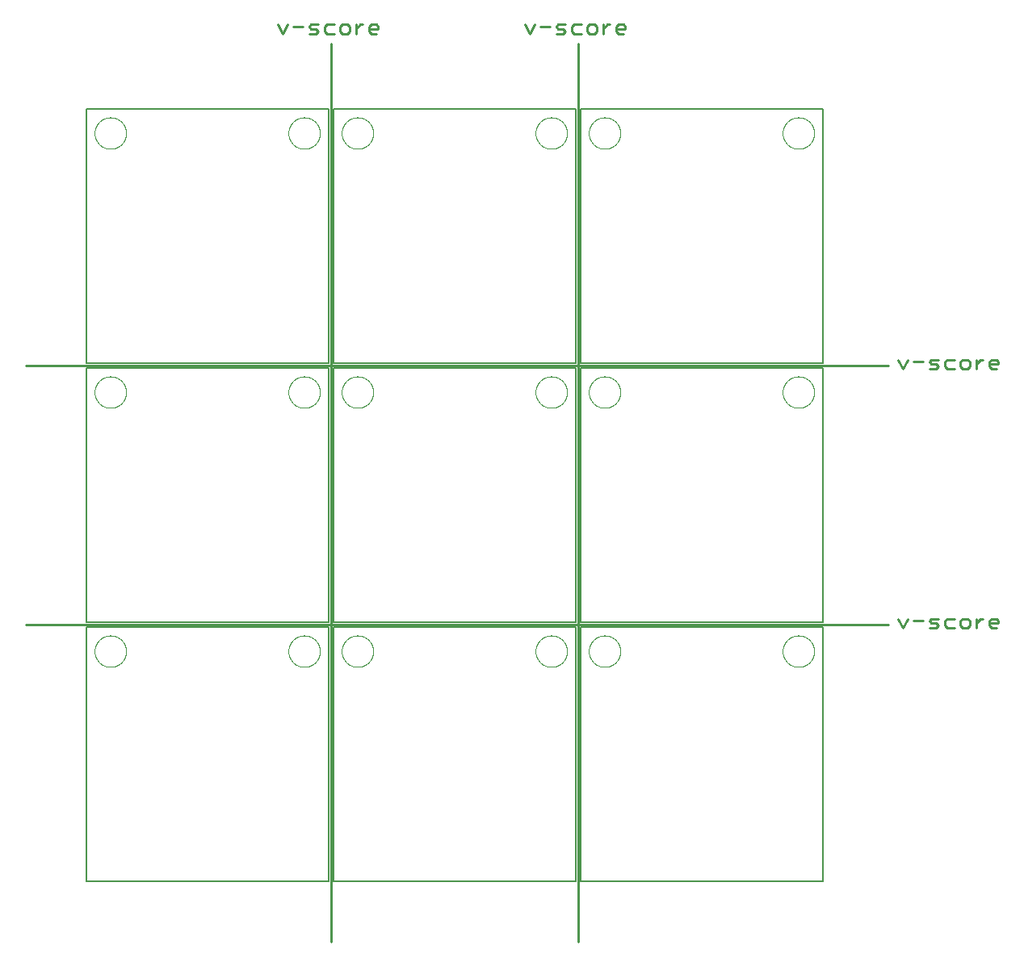
<source format=gko>
G75*
%MOIN*%
%OFA0B0*%
%FSLAX25Y25*%
%IPPOS*%
%LPD*%
%AMOC8*
5,1,8,0,0,1.08239X$1,22.5*
%
%ADD10C,0.00800*%
%ADD11C,0.01000*%
%ADD12C,0.01100*%
%ADD13C,0.00000*%
D10*
X0026500Y0026500D02*
X0126500Y0026500D01*
X0126500Y0131500D01*
X0026500Y0131500D01*
X0026500Y0026500D01*
X0128500Y0026500D02*
X0228500Y0026500D01*
X0228500Y0131500D01*
X0128500Y0131500D01*
X0128500Y0026500D01*
X0230500Y0026500D02*
X0330500Y0026500D01*
X0330500Y0131500D01*
X0230500Y0131500D01*
X0230500Y0026500D01*
X0230500Y0133500D02*
X0330500Y0133500D01*
X0330500Y0238500D01*
X0230500Y0238500D01*
X0230500Y0133500D01*
X0228500Y0133500D02*
X0128500Y0133500D01*
X0128500Y0238500D01*
X0228500Y0238500D01*
X0228500Y0133500D01*
X0126500Y0133500D02*
X0026500Y0133500D01*
X0026500Y0238500D01*
X0126500Y0238500D01*
X0126500Y0133500D01*
X0126500Y0240500D02*
X0026500Y0240500D01*
X0026500Y0345500D01*
X0126500Y0345500D01*
X0126500Y0240500D01*
X0128500Y0240500D02*
X0228500Y0240500D01*
X0228500Y0345500D01*
X0128500Y0345500D01*
X0128500Y0240500D01*
X0230500Y0240500D02*
X0330500Y0240500D01*
X0330500Y0345500D01*
X0230500Y0345500D01*
X0230500Y0240500D01*
D11*
X0357500Y0239500D02*
X0001500Y0239500D01*
X0001500Y0132500D02*
X0357500Y0132500D01*
X0229500Y0001500D02*
X0229500Y0372500D01*
X0127500Y0372500D02*
X0127500Y0001500D01*
D12*
X0363518Y0131050D02*
X0361550Y0134987D01*
X0365487Y0134987D02*
X0363518Y0131050D01*
X0367995Y0134003D02*
X0371932Y0134003D01*
X0374441Y0134003D02*
X0375425Y0134987D01*
X0378378Y0134987D01*
X0377394Y0133018D02*
X0375425Y0133018D01*
X0374441Y0134003D01*
X0374441Y0131050D02*
X0377394Y0131050D01*
X0378378Y0132034D01*
X0377394Y0133018D01*
X0380886Y0132034D02*
X0381871Y0131050D01*
X0384823Y0131050D01*
X0387332Y0132034D02*
X0388316Y0131050D01*
X0390285Y0131050D01*
X0391269Y0132034D01*
X0391269Y0134003D01*
X0390285Y0134987D01*
X0388316Y0134987D01*
X0387332Y0134003D01*
X0387332Y0132034D01*
X0384823Y0134987D02*
X0381871Y0134987D01*
X0380886Y0134003D01*
X0380886Y0132034D01*
X0393777Y0131050D02*
X0393777Y0134987D01*
X0393777Y0133018D02*
X0395746Y0134987D01*
X0396730Y0134987D01*
X0399149Y0134003D02*
X0400133Y0134987D01*
X0402101Y0134987D01*
X0403085Y0134003D01*
X0403085Y0133018D01*
X0399149Y0133018D01*
X0399149Y0132034D02*
X0399149Y0134003D01*
X0399149Y0132034D02*
X0400133Y0131050D01*
X0402101Y0131050D01*
X0402101Y0238050D02*
X0400133Y0238050D01*
X0399149Y0239034D01*
X0399149Y0241003D01*
X0400133Y0241987D01*
X0402101Y0241987D01*
X0403085Y0241003D01*
X0403085Y0240018D01*
X0399149Y0240018D01*
X0396730Y0241987D02*
X0395746Y0241987D01*
X0393777Y0240018D01*
X0393777Y0238050D02*
X0393777Y0241987D01*
X0391269Y0241003D02*
X0391269Y0239034D01*
X0390285Y0238050D01*
X0388316Y0238050D01*
X0387332Y0239034D01*
X0387332Y0241003D01*
X0388316Y0241987D01*
X0390285Y0241987D01*
X0391269Y0241003D01*
X0384823Y0241987D02*
X0381871Y0241987D01*
X0380886Y0241003D01*
X0380886Y0239034D01*
X0381871Y0238050D01*
X0384823Y0238050D01*
X0378378Y0239034D02*
X0377394Y0240018D01*
X0375425Y0240018D01*
X0374441Y0241003D01*
X0375425Y0241987D01*
X0378378Y0241987D01*
X0378378Y0239034D02*
X0377394Y0238050D01*
X0374441Y0238050D01*
X0371932Y0241003D02*
X0367995Y0241003D01*
X0365487Y0241987D02*
X0363518Y0238050D01*
X0361550Y0241987D01*
X0248101Y0376550D02*
X0246133Y0376550D01*
X0245149Y0377534D01*
X0245149Y0379503D01*
X0246133Y0380487D01*
X0248101Y0380487D01*
X0249085Y0379503D01*
X0249085Y0378518D01*
X0245149Y0378518D01*
X0242730Y0380487D02*
X0241746Y0380487D01*
X0239777Y0378518D01*
X0239777Y0376550D02*
X0239777Y0380487D01*
X0237269Y0379503D02*
X0236285Y0380487D01*
X0234316Y0380487D01*
X0233332Y0379503D01*
X0233332Y0377534D01*
X0234316Y0376550D01*
X0236285Y0376550D01*
X0237269Y0377534D01*
X0237269Y0379503D01*
X0230823Y0380487D02*
X0227871Y0380487D01*
X0226886Y0379503D01*
X0226886Y0377534D01*
X0227871Y0376550D01*
X0230823Y0376550D01*
X0224378Y0377534D02*
X0223394Y0378518D01*
X0221425Y0378518D01*
X0220441Y0379503D01*
X0221425Y0380487D01*
X0224378Y0380487D01*
X0224378Y0377534D02*
X0223394Y0376550D01*
X0220441Y0376550D01*
X0217932Y0379503D02*
X0213995Y0379503D01*
X0211487Y0380487D02*
X0209518Y0376550D01*
X0207550Y0380487D01*
X0147085Y0379503D02*
X0147085Y0378518D01*
X0143149Y0378518D01*
X0143149Y0377534D02*
X0143149Y0379503D01*
X0144133Y0380487D01*
X0146101Y0380487D01*
X0147085Y0379503D01*
X0146101Y0376550D02*
X0144133Y0376550D01*
X0143149Y0377534D01*
X0140730Y0380487D02*
X0139746Y0380487D01*
X0137777Y0378518D01*
X0137777Y0376550D02*
X0137777Y0380487D01*
X0135269Y0379503D02*
X0134285Y0380487D01*
X0132316Y0380487D01*
X0131332Y0379503D01*
X0131332Y0377534D01*
X0132316Y0376550D01*
X0134285Y0376550D01*
X0135269Y0377534D01*
X0135269Y0379503D01*
X0128823Y0380487D02*
X0125871Y0380487D01*
X0124886Y0379503D01*
X0124886Y0377534D01*
X0125871Y0376550D01*
X0128823Y0376550D01*
X0122378Y0377534D02*
X0121394Y0378518D01*
X0119425Y0378518D01*
X0118441Y0379503D01*
X0119425Y0380487D01*
X0122378Y0380487D01*
X0122378Y0377534D02*
X0121394Y0376550D01*
X0118441Y0376550D01*
X0115932Y0379503D02*
X0111995Y0379503D01*
X0109487Y0380487D02*
X0107518Y0376550D01*
X0105550Y0380487D01*
D13*
X0110000Y0335500D02*
X0110002Y0335661D01*
X0110008Y0335821D01*
X0110018Y0335982D01*
X0110032Y0336142D01*
X0110050Y0336302D01*
X0110071Y0336461D01*
X0110097Y0336620D01*
X0110127Y0336778D01*
X0110160Y0336935D01*
X0110198Y0337092D01*
X0110239Y0337247D01*
X0110284Y0337401D01*
X0110333Y0337554D01*
X0110386Y0337706D01*
X0110442Y0337857D01*
X0110503Y0338006D01*
X0110566Y0338154D01*
X0110634Y0338300D01*
X0110705Y0338444D01*
X0110779Y0338586D01*
X0110857Y0338727D01*
X0110939Y0338865D01*
X0111024Y0339002D01*
X0111112Y0339136D01*
X0111204Y0339268D01*
X0111299Y0339398D01*
X0111397Y0339526D01*
X0111498Y0339651D01*
X0111602Y0339773D01*
X0111709Y0339893D01*
X0111819Y0340010D01*
X0111932Y0340125D01*
X0112048Y0340236D01*
X0112167Y0340345D01*
X0112288Y0340450D01*
X0112412Y0340553D01*
X0112538Y0340653D01*
X0112666Y0340749D01*
X0112797Y0340842D01*
X0112931Y0340932D01*
X0113066Y0341019D01*
X0113204Y0341102D01*
X0113343Y0341182D01*
X0113485Y0341258D01*
X0113628Y0341331D01*
X0113773Y0341400D01*
X0113920Y0341466D01*
X0114068Y0341528D01*
X0114218Y0341586D01*
X0114369Y0341641D01*
X0114522Y0341692D01*
X0114676Y0341739D01*
X0114831Y0341782D01*
X0114987Y0341821D01*
X0115143Y0341857D01*
X0115301Y0341888D01*
X0115459Y0341916D01*
X0115618Y0341940D01*
X0115778Y0341960D01*
X0115938Y0341976D01*
X0116098Y0341988D01*
X0116259Y0341996D01*
X0116420Y0342000D01*
X0116580Y0342000D01*
X0116741Y0341996D01*
X0116902Y0341988D01*
X0117062Y0341976D01*
X0117222Y0341960D01*
X0117382Y0341940D01*
X0117541Y0341916D01*
X0117699Y0341888D01*
X0117857Y0341857D01*
X0118013Y0341821D01*
X0118169Y0341782D01*
X0118324Y0341739D01*
X0118478Y0341692D01*
X0118631Y0341641D01*
X0118782Y0341586D01*
X0118932Y0341528D01*
X0119080Y0341466D01*
X0119227Y0341400D01*
X0119372Y0341331D01*
X0119515Y0341258D01*
X0119657Y0341182D01*
X0119796Y0341102D01*
X0119934Y0341019D01*
X0120069Y0340932D01*
X0120203Y0340842D01*
X0120334Y0340749D01*
X0120462Y0340653D01*
X0120588Y0340553D01*
X0120712Y0340450D01*
X0120833Y0340345D01*
X0120952Y0340236D01*
X0121068Y0340125D01*
X0121181Y0340010D01*
X0121291Y0339893D01*
X0121398Y0339773D01*
X0121502Y0339651D01*
X0121603Y0339526D01*
X0121701Y0339398D01*
X0121796Y0339268D01*
X0121888Y0339136D01*
X0121976Y0339002D01*
X0122061Y0338865D01*
X0122143Y0338727D01*
X0122221Y0338586D01*
X0122295Y0338444D01*
X0122366Y0338300D01*
X0122434Y0338154D01*
X0122497Y0338006D01*
X0122558Y0337857D01*
X0122614Y0337706D01*
X0122667Y0337554D01*
X0122716Y0337401D01*
X0122761Y0337247D01*
X0122802Y0337092D01*
X0122840Y0336935D01*
X0122873Y0336778D01*
X0122903Y0336620D01*
X0122929Y0336461D01*
X0122950Y0336302D01*
X0122968Y0336142D01*
X0122982Y0335982D01*
X0122992Y0335821D01*
X0122998Y0335661D01*
X0123000Y0335500D01*
X0122998Y0335339D01*
X0122992Y0335179D01*
X0122982Y0335018D01*
X0122968Y0334858D01*
X0122950Y0334698D01*
X0122929Y0334539D01*
X0122903Y0334380D01*
X0122873Y0334222D01*
X0122840Y0334065D01*
X0122802Y0333908D01*
X0122761Y0333753D01*
X0122716Y0333599D01*
X0122667Y0333446D01*
X0122614Y0333294D01*
X0122558Y0333143D01*
X0122497Y0332994D01*
X0122434Y0332846D01*
X0122366Y0332700D01*
X0122295Y0332556D01*
X0122221Y0332414D01*
X0122143Y0332273D01*
X0122061Y0332135D01*
X0121976Y0331998D01*
X0121888Y0331864D01*
X0121796Y0331732D01*
X0121701Y0331602D01*
X0121603Y0331474D01*
X0121502Y0331349D01*
X0121398Y0331227D01*
X0121291Y0331107D01*
X0121181Y0330990D01*
X0121068Y0330875D01*
X0120952Y0330764D01*
X0120833Y0330655D01*
X0120712Y0330550D01*
X0120588Y0330447D01*
X0120462Y0330347D01*
X0120334Y0330251D01*
X0120203Y0330158D01*
X0120069Y0330068D01*
X0119934Y0329981D01*
X0119796Y0329898D01*
X0119657Y0329818D01*
X0119515Y0329742D01*
X0119372Y0329669D01*
X0119227Y0329600D01*
X0119080Y0329534D01*
X0118932Y0329472D01*
X0118782Y0329414D01*
X0118631Y0329359D01*
X0118478Y0329308D01*
X0118324Y0329261D01*
X0118169Y0329218D01*
X0118013Y0329179D01*
X0117857Y0329143D01*
X0117699Y0329112D01*
X0117541Y0329084D01*
X0117382Y0329060D01*
X0117222Y0329040D01*
X0117062Y0329024D01*
X0116902Y0329012D01*
X0116741Y0329004D01*
X0116580Y0329000D01*
X0116420Y0329000D01*
X0116259Y0329004D01*
X0116098Y0329012D01*
X0115938Y0329024D01*
X0115778Y0329040D01*
X0115618Y0329060D01*
X0115459Y0329084D01*
X0115301Y0329112D01*
X0115143Y0329143D01*
X0114987Y0329179D01*
X0114831Y0329218D01*
X0114676Y0329261D01*
X0114522Y0329308D01*
X0114369Y0329359D01*
X0114218Y0329414D01*
X0114068Y0329472D01*
X0113920Y0329534D01*
X0113773Y0329600D01*
X0113628Y0329669D01*
X0113485Y0329742D01*
X0113343Y0329818D01*
X0113204Y0329898D01*
X0113066Y0329981D01*
X0112931Y0330068D01*
X0112797Y0330158D01*
X0112666Y0330251D01*
X0112538Y0330347D01*
X0112412Y0330447D01*
X0112288Y0330550D01*
X0112167Y0330655D01*
X0112048Y0330764D01*
X0111932Y0330875D01*
X0111819Y0330990D01*
X0111709Y0331107D01*
X0111602Y0331227D01*
X0111498Y0331349D01*
X0111397Y0331474D01*
X0111299Y0331602D01*
X0111204Y0331732D01*
X0111112Y0331864D01*
X0111024Y0331998D01*
X0110939Y0332135D01*
X0110857Y0332273D01*
X0110779Y0332414D01*
X0110705Y0332556D01*
X0110634Y0332700D01*
X0110566Y0332846D01*
X0110503Y0332994D01*
X0110442Y0333143D01*
X0110386Y0333294D01*
X0110333Y0333446D01*
X0110284Y0333599D01*
X0110239Y0333753D01*
X0110198Y0333908D01*
X0110160Y0334065D01*
X0110127Y0334222D01*
X0110097Y0334380D01*
X0110071Y0334539D01*
X0110050Y0334698D01*
X0110032Y0334858D01*
X0110018Y0335018D01*
X0110008Y0335179D01*
X0110002Y0335339D01*
X0110000Y0335500D01*
X0132000Y0335500D02*
X0132002Y0335661D01*
X0132008Y0335821D01*
X0132018Y0335982D01*
X0132032Y0336142D01*
X0132050Y0336302D01*
X0132071Y0336461D01*
X0132097Y0336620D01*
X0132127Y0336778D01*
X0132160Y0336935D01*
X0132198Y0337092D01*
X0132239Y0337247D01*
X0132284Y0337401D01*
X0132333Y0337554D01*
X0132386Y0337706D01*
X0132442Y0337857D01*
X0132503Y0338006D01*
X0132566Y0338154D01*
X0132634Y0338300D01*
X0132705Y0338444D01*
X0132779Y0338586D01*
X0132857Y0338727D01*
X0132939Y0338865D01*
X0133024Y0339002D01*
X0133112Y0339136D01*
X0133204Y0339268D01*
X0133299Y0339398D01*
X0133397Y0339526D01*
X0133498Y0339651D01*
X0133602Y0339773D01*
X0133709Y0339893D01*
X0133819Y0340010D01*
X0133932Y0340125D01*
X0134048Y0340236D01*
X0134167Y0340345D01*
X0134288Y0340450D01*
X0134412Y0340553D01*
X0134538Y0340653D01*
X0134666Y0340749D01*
X0134797Y0340842D01*
X0134931Y0340932D01*
X0135066Y0341019D01*
X0135204Y0341102D01*
X0135343Y0341182D01*
X0135485Y0341258D01*
X0135628Y0341331D01*
X0135773Y0341400D01*
X0135920Y0341466D01*
X0136068Y0341528D01*
X0136218Y0341586D01*
X0136369Y0341641D01*
X0136522Y0341692D01*
X0136676Y0341739D01*
X0136831Y0341782D01*
X0136987Y0341821D01*
X0137143Y0341857D01*
X0137301Y0341888D01*
X0137459Y0341916D01*
X0137618Y0341940D01*
X0137778Y0341960D01*
X0137938Y0341976D01*
X0138098Y0341988D01*
X0138259Y0341996D01*
X0138420Y0342000D01*
X0138580Y0342000D01*
X0138741Y0341996D01*
X0138902Y0341988D01*
X0139062Y0341976D01*
X0139222Y0341960D01*
X0139382Y0341940D01*
X0139541Y0341916D01*
X0139699Y0341888D01*
X0139857Y0341857D01*
X0140013Y0341821D01*
X0140169Y0341782D01*
X0140324Y0341739D01*
X0140478Y0341692D01*
X0140631Y0341641D01*
X0140782Y0341586D01*
X0140932Y0341528D01*
X0141080Y0341466D01*
X0141227Y0341400D01*
X0141372Y0341331D01*
X0141515Y0341258D01*
X0141657Y0341182D01*
X0141796Y0341102D01*
X0141934Y0341019D01*
X0142069Y0340932D01*
X0142203Y0340842D01*
X0142334Y0340749D01*
X0142462Y0340653D01*
X0142588Y0340553D01*
X0142712Y0340450D01*
X0142833Y0340345D01*
X0142952Y0340236D01*
X0143068Y0340125D01*
X0143181Y0340010D01*
X0143291Y0339893D01*
X0143398Y0339773D01*
X0143502Y0339651D01*
X0143603Y0339526D01*
X0143701Y0339398D01*
X0143796Y0339268D01*
X0143888Y0339136D01*
X0143976Y0339002D01*
X0144061Y0338865D01*
X0144143Y0338727D01*
X0144221Y0338586D01*
X0144295Y0338444D01*
X0144366Y0338300D01*
X0144434Y0338154D01*
X0144497Y0338006D01*
X0144558Y0337857D01*
X0144614Y0337706D01*
X0144667Y0337554D01*
X0144716Y0337401D01*
X0144761Y0337247D01*
X0144802Y0337092D01*
X0144840Y0336935D01*
X0144873Y0336778D01*
X0144903Y0336620D01*
X0144929Y0336461D01*
X0144950Y0336302D01*
X0144968Y0336142D01*
X0144982Y0335982D01*
X0144992Y0335821D01*
X0144998Y0335661D01*
X0145000Y0335500D01*
X0144998Y0335339D01*
X0144992Y0335179D01*
X0144982Y0335018D01*
X0144968Y0334858D01*
X0144950Y0334698D01*
X0144929Y0334539D01*
X0144903Y0334380D01*
X0144873Y0334222D01*
X0144840Y0334065D01*
X0144802Y0333908D01*
X0144761Y0333753D01*
X0144716Y0333599D01*
X0144667Y0333446D01*
X0144614Y0333294D01*
X0144558Y0333143D01*
X0144497Y0332994D01*
X0144434Y0332846D01*
X0144366Y0332700D01*
X0144295Y0332556D01*
X0144221Y0332414D01*
X0144143Y0332273D01*
X0144061Y0332135D01*
X0143976Y0331998D01*
X0143888Y0331864D01*
X0143796Y0331732D01*
X0143701Y0331602D01*
X0143603Y0331474D01*
X0143502Y0331349D01*
X0143398Y0331227D01*
X0143291Y0331107D01*
X0143181Y0330990D01*
X0143068Y0330875D01*
X0142952Y0330764D01*
X0142833Y0330655D01*
X0142712Y0330550D01*
X0142588Y0330447D01*
X0142462Y0330347D01*
X0142334Y0330251D01*
X0142203Y0330158D01*
X0142069Y0330068D01*
X0141934Y0329981D01*
X0141796Y0329898D01*
X0141657Y0329818D01*
X0141515Y0329742D01*
X0141372Y0329669D01*
X0141227Y0329600D01*
X0141080Y0329534D01*
X0140932Y0329472D01*
X0140782Y0329414D01*
X0140631Y0329359D01*
X0140478Y0329308D01*
X0140324Y0329261D01*
X0140169Y0329218D01*
X0140013Y0329179D01*
X0139857Y0329143D01*
X0139699Y0329112D01*
X0139541Y0329084D01*
X0139382Y0329060D01*
X0139222Y0329040D01*
X0139062Y0329024D01*
X0138902Y0329012D01*
X0138741Y0329004D01*
X0138580Y0329000D01*
X0138420Y0329000D01*
X0138259Y0329004D01*
X0138098Y0329012D01*
X0137938Y0329024D01*
X0137778Y0329040D01*
X0137618Y0329060D01*
X0137459Y0329084D01*
X0137301Y0329112D01*
X0137143Y0329143D01*
X0136987Y0329179D01*
X0136831Y0329218D01*
X0136676Y0329261D01*
X0136522Y0329308D01*
X0136369Y0329359D01*
X0136218Y0329414D01*
X0136068Y0329472D01*
X0135920Y0329534D01*
X0135773Y0329600D01*
X0135628Y0329669D01*
X0135485Y0329742D01*
X0135343Y0329818D01*
X0135204Y0329898D01*
X0135066Y0329981D01*
X0134931Y0330068D01*
X0134797Y0330158D01*
X0134666Y0330251D01*
X0134538Y0330347D01*
X0134412Y0330447D01*
X0134288Y0330550D01*
X0134167Y0330655D01*
X0134048Y0330764D01*
X0133932Y0330875D01*
X0133819Y0330990D01*
X0133709Y0331107D01*
X0133602Y0331227D01*
X0133498Y0331349D01*
X0133397Y0331474D01*
X0133299Y0331602D01*
X0133204Y0331732D01*
X0133112Y0331864D01*
X0133024Y0331998D01*
X0132939Y0332135D01*
X0132857Y0332273D01*
X0132779Y0332414D01*
X0132705Y0332556D01*
X0132634Y0332700D01*
X0132566Y0332846D01*
X0132503Y0332994D01*
X0132442Y0333143D01*
X0132386Y0333294D01*
X0132333Y0333446D01*
X0132284Y0333599D01*
X0132239Y0333753D01*
X0132198Y0333908D01*
X0132160Y0334065D01*
X0132127Y0334222D01*
X0132097Y0334380D01*
X0132071Y0334539D01*
X0132050Y0334698D01*
X0132032Y0334858D01*
X0132018Y0335018D01*
X0132008Y0335179D01*
X0132002Y0335339D01*
X0132000Y0335500D01*
X0212000Y0335500D02*
X0212002Y0335661D01*
X0212008Y0335821D01*
X0212018Y0335982D01*
X0212032Y0336142D01*
X0212050Y0336302D01*
X0212071Y0336461D01*
X0212097Y0336620D01*
X0212127Y0336778D01*
X0212160Y0336935D01*
X0212198Y0337092D01*
X0212239Y0337247D01*
X0212284Y0337401D01*
X0212333Y0337554D01*
X0212386Y0337706D01*
X0212442Y0337857D01*
X0212503Y0338006D01*
X0212566Y0338154D01*
X0212634Y0338300D01*
X0212705Y0338444D01*
X0212779Y0338586D01*
X0212857Y0338727D01*
X0212939Y0338865D01*
X0213024Y0339002D01*
X0213112Y0339136D01*
X0213204Y0339268D01*
X0213299Y0339398D01*
X0213397Y0339526D01*
X0213498Y0339651D01*
X0213602Y0339773D01*
X0213709Y0339893D01*
X0213819Y0340010D01*
X0213932Y0340125D01*
X0214048Y0340236D01*
X0214167Y0340345D01*
X0214288Y0340450D01*
X0214412Y0340553D01*
X0214538Y0340653D01*
X0214666Y0340749D01*
X0214797Y0340842D01*
X0214931Y0340932D01*
X0215066Y0341019D01*
X0215204Y0341102D01*
X0215343Y0341182D01*
X0215485Y0341258D01*
X0215628Y0341331D01*
X0215773Y0341400D01*
X0215920Y0341466D01*
X0216068Y0341528D01*
X0216218Y0341586D01*
X0216369Y0341641D01*
X0216522Y0341692D01*
X0216676Y0341739D01*
X0216831Y0341782D01*
X0216987Y0341821D01*
X0217143Y0341857D01*
X0217301Y0341888D01*
X0217459Y0341916D01*
X0217618Y0341940D01*
X0217778Y0341960D01*
X0217938Y0341976D01*
X0218098Y0341988D01*
X0218259Y0341996D01*
X0218420Y0342000D01*
X0218580Y0342000D01*
X0218741Y0341996D01*
X0218902Y0341988D01*
X0219062Y0341976D01*
X0219222Y0341960D01*
X0219382Y0341940D01*
X0219541Y0341916D01*
X0219699Y0341888D01*
X0219857Y0341857D01*
X0220013Y0341821D01*
X0220169Y0341782D01*
X0220324Y0341739D01*
X0220478Y0341692D01*
X0220631Y0341641D01*
X0220782Y0341586D01*
X0220932Y0341528D01*
X0221080Y0341466D01*
X0221227Y0341400D01*
X0221372Y0341331D01*
X0221515Y0341258D01*
X0221657Y0341182D01*
X0221796Y0341102D01*
X0221934Y0341019D01*
X0222069Y0340932D01*
X0222203Y0340842D01*
X0222334Y0340749D01*
X0222462Y0340653D01*
X0222588Y0340553D01*
X0222712Y0340450D01*
X0222833Y0340345D01*
X0222952Y0340236D01*
X0223068Y0340125D01*
X0223181Y0340010D01*
X0223291Y0339893D01*
X0223398Y0339773D01*
X0223502Y0339651D01*
X0223603Y0339526D01*
X0223701Y0339398D01*
X0223796Y0339268D01*
X0223888Y0339136D01*
X0223976Y0339002D01*
X0224061Y0338865D01*
X0224143Y0338727D01*
X0224221Y0338586D01*
X0224295Y0338444D01*
X0224366Y0338300D01*
X0224434Y0338154D01*
X0224497Y0338006D01*
X0224558Y0337857D01*
X0224614Y0337706D01*
X0224667Y0337554D01*
X0224716Y0337401D01*
X0224761Y0337247D01*
X0224802Y0337092D01*
X0224840Y0336935D01*
X0224873Y0336778D01*
X0224903Y0336620D01*
X0224929Y0336461D01*
X0224950Y0336302D01*
X0224968Y0336142D01*
X0224982Y0335982D01*
X0224992Y0335821D01*
X0224998Y0335661D01*
X0225000Y0335500D01*
X0224998Y0335339D01*
X0224992Y0335179D01*
X0224982Y0335018D01*
X0224968Y0334858D01*
X0224950Y0334698D01*
X0224929Y0334539D01*
X0224903Y0334380D01*
X0224873Y0334222D01*
X0224840Y0334065D01*
X0224802Y0333908D01*
X0224761Y0333753D01*
X0224716Y0333599D01*
X0224667Y0333446D01*
X0224614Y0333294D01*
X0224558Y0333143D01*
X0224497Y0332994D01*
X0224434Y0332846D01*
X0224366Y0332700D01*
X0224295Y0332556D01*
X0224221Y0332414D01*
X0224143Y0332273D01*
X0224061Y0332135D01*
X0223976Y0331998D01*
X0223888Y0331864D01*
X0223796Y0331732D01*
X0223701Y0331602D01*
X0223603Y0331474D01*
X0223502Y0331349D01*
X0223398Y0331227D01*
X0223291Y0331107D01*
X0223181Y0330990D01*
X0223068Y0330875D01*
X0222952Y0330764D01*
X0222833Y0330655D01*
X0222712Y0330550D01*
X0222588Y0330447D01*
X0222462Y0330347D01*
X0222334Y0330251D01*
X0222203Y0330158D01*
X0222069Y0330068D01*
X0221934Y0329981D01*
X0221796Y0329898D01*
X0221657Y0329818D01*
X0221515Y0329742D01*
X0221372Y0329669D01*
X0221227Y0329600D01*
X0221080Y0329534D01*
X0220932Y0329472D01*
X0220782Y0329414D01*
X0220631Y0329359D01*
X0220478Y0329308D01*
X0220324Y0329261D01*
X0220169Y0329218D01*
X0220013Y0329179D01*
X0219857Y0329143D01*
X0219699Y0329112D01*
X0219541Y0329084D01*
X0219382Y0329060D01*
X0219222Y0329040D01*
X0219062Y0329024D01*
X0218902Y0329012D01*
X0218741Y0329004D01*
X0218580Y0329000D01*
X0218420Y0329000D01*
X0218259Y0329004D01*
X0218098Y0329012D01*
X0217938Y0329024D01*
X0217778Y0329040D01*
X0217618Y0329060D01*
X0217459Y0329084D01*
X0217301Y0329112D01*
X0217143Y0329143D01*
X0216987Y0329179D01*
X0216831Y0329218D01*
X0216676Y0329261D01*
X0216522Y0329308D01*
X0216369Y0329359D01*
X0216218Y0329414D01*
X0216068Y0329472D01*
X0215920Y0329534D01*
X0215773Y0329600D01*
X0215628Y0329669D01*
X0215485Y0329742D01*
X0215343Y0329818D01*
X0215204Y0329898D01*
X0215066Y0329981D01*
X0214931Y0330068D01*
X0214797Y0330158D01*
X0214666Y0330251D01*
X0214538Y0330347D01*
X0214412Y0330447D01*
X0214288Y0330550D01*
X0214167Y0330655D01*
X0214048Y0330764D01*
X0213932Y0330875D01*
X0213819Y0330990D01*
X0213709Y0331107D01*
X0213602Y0331227D01*
X0213498Y0331349D01*
X0213397Y0331474D01*
X0213299Y0331602D01*
X0213204Y0331732D01*
X0213112Y0331864D01*
X0213024Y0331998D01*
X0212939Y0332135D01*
X0212857Y0332273D01*
X0212779Y0332414D01*
X0212705Y0332556D01*
X0212634Y0332700D01*
X0212566Y0332846D01*
X0212503Y0332994D01*
X0212442Y0333143D01*
X0212386Y0333294D01*
X0212333Y0333446D01*
X0212284Y0333599D01*
X0212239Y0333753D01*
X0212198Y0333908D01*
X0212160Y0334065D01*
X0212127Y0334222D01*
X0212097Y0334380D01*
X0212071Y0334539D01*
X0212050Y0334698D01*
X0212032Y0334858D01*
X0212018Y0335018D01*
X0212008Y0335179D01*
X0212002Y0335339D01*
X0212000Y0335500D01*
X0234000Y0335500D02*
X0234002Y0335661D01*
X0234008Y0335821D01*
X0234018Y0335982D01*
X0234032Y0336142D01*
X0234050Y0336302D01*
X0234071Y0336461D01*
X0234097Y0336620D01*
X0234127Y0336778D01*
X0234160Y0336935D01*
X0234198Y0337092D01*
X0234239Y0337247D01*
X0234284Y0337401D01*
X0234333Y0337554D01*
X0234386Y0337706D01*
X0234442Y0337857D01*
X0234503Y0338006D01*
X0234566Y0338154D01*
X0234634Y0338300D01*
X0234705Y0338444D01*
X0234779Y0338586D01*
X0234857Y0338727D01*
X0234939Y0338865D01*
X0235024Y0339002D01*
X0235112Y0339136D01*
X0235204Y0339268D01*
X0235299Y0339398D01*
X0235397Y0339526D01*
X0235498Y0339651D01*
X0235602Y0339773D01*
X0235709Y0339893D01*
X0235819Y0340010D01*
X0235932Y0340125D01*
X0236048Y0340236D01*
X0236167Y0340345D01*
X0236288Y0340450D01*
X0236412Y0340553D01*
X0236538Y0340653D01*
X0236666Y0340749D01*
X0236797Y0340842D01*
X0236931Y0340932D01*
X0237066Y0341019D01*
X0237204Y0341102D01*
X0237343Y0341182D01*
X0237485Y0341258D01*
X0237628Y0341331D01*
X0237773Y0341400D01*
X0237920Y0341466D01*
X0238068Y0341528D01*
X0238218Y0341586D01*
X0238369Y0341641D01*
X0238522Y0341692D01*
X0238676Y0341739D01*
X0238831Y0341782D01*
X0238987Y0341821D01*
X0239143Y0341857D01*
X0239301Y0341888D01*
X0239459Y0341916D01*
X0239618Y0341940D01*
X0239778Y0341960D01*
X0239938Y0341976D01*
X0240098Y0341988D01*
X0240259Y0341996D01*
X0240420Y0342000D01*
X0240580Y0342000D01*
X0240741Y0341996D01*
X0240902Y0341988D01*
X0241062Y0341976D01*
X0241222Y0341960D01*
X0241382Y0341940D01*
X0241541Y0341916D01*
X0241699Y0341888D01*
X0241857Y0341857D01*
X0242013Y0341821D01*
X0242169Y0341782D01*
X0242324Y0341739D01*
X0242478Y0341692D01*
X0242631Y0341641D01*
X0242782Y0341586D01*
X0242932Y0341528D01*
X0243080Y0341466D01*
X0243227Y0341400D01*
X0243372Y0341331D01*
X0243515Y0341258D01*
X0243657Y0341182D01*
X0243796Y0341102D01*
X0243934Y0341019D01*
X0244069Y0340932D01*
X0244203Y0340842D01*
X0244334Y0340749D01*
X0244462Y0340653D01*
X0244588Y0340553D01*
X0244712Y0340450D01*
X0244833Y0340345D01*
X0244952Y0340236D01*
X0245068Y0340125D01*
X0245181Y0340010D01*
X0245291Y0339893D01*
X0245398Y0339773D01*
X0245502Y0339651D01*
X0245603Y0339526D01*
X0245701Y0339398D01*
X0245796Y0339268D01*
X0245888Y0339136D01*
X0245976Y0339002D01*
X0246061Y0338865D01*
X0246143Y0338727D01*
X0246221Y0338586D01*
X0246295Y0338444D01*
X0246366Y0338300D01*
X0246434Y0338154D01*
X0246497Y0338006D01*
X0246558Y0337857D01*
X0246614Y0337706D01*
X0246667Y0337554D01*
X0246716Y0337401D01*
X0246761Y0337247D01*
X0246802Y0337092D01*
X0246840Y0336935D01*
X0246873Y0336778D01*
X0246903Y0336620D01*
X0246929Y0336461D01*
X0246950Y0336302D01*
X0246968Y0336142D01*
X0246982Y0335982D01*
X0246992Y0335821D01*
X0246998Y0335661D01*
X0247000Y0335500D01*
X0246998Y0335339D01*
X0246992Y0335179D01*
X0246982Y0335018D01*
X0246968Y0334858D01*
X0246950Y0334698D01*
X0246929Y0334539D01*
X0246903Y0334380D01*
X0246873Y0334222D01*
X0246840Y0334065D01*
X0246802Y0333908D01*
X0246761Y0333753D01*
X0246716Y0333599D01*
X0246667Y0333446D01*
X0246614Y0333294D01*
X0246558Y0333143D01*
X0246497Y0332994D01*
X0246434Y0332846D01*
X0246366Y0332700D01*
X0246295Y0332556D01*
X0246221Y0332414D01*
X0246143Y0332273D01*
X0246061Y0332135D01*
X0245976Y0331998D01*
X0245888Y0331864D01*
X0245796Y0331732D01*
X0245701Y0331602D01*
X0245603Y0331474D01*
X0245502Y0331349D01*
X0245398Y0331227D01*
X0245291Y0331107D01*
X0245181Y0330990D01*
X0245068Y0330875D01*
X0244952Y0330764D01*
X0244833Y0330655D01*
X0244712Y0330550D01*
X0244588Y0330447D01*
X0244462Y0330347D01*
X0244334Y0330251D01*
X0244203Y0330158D01*
X0244069Y0330068D01*
X0243934Y0329981D01*
X0243796Y0329898D01*
X0243657Y0329818D01*
X0243515Y0329742D01*
X0243372Y0329669D01*
X0243227Y0329600D01*
X0243080Y0329534D01*
X0242932Y0329472D01*
X0242782Y0329414D01*
X0242631Y0329359D01*
X0242478Y0329308D01*
X0242324Y0329261D01*
X0242169Y0329218D01*
X0242013Y0329179D01*
X0241857Y0329143D01*
X0241699Y0329112D01*
X0241541Y0329084D01*
X0241382Y0329060D01*
X0241222Y0329040D01*
X0241062Y0329024D01*
X0240902Y0329012D01*
X0240741Y0329004D01*
X0240580Y0329000D01*
X0240420Y0329000D01*
X0240259Y0329004D01*
X0240098Y0329012D01*
X0239938Y0329024D01*
X0239778Y0329040D01*
X0239618Y0329060D01*
X0239459Y0329084D01*
X0239301Y0329112D01*
X0239143Y0329143D01*
X0238987Y0329179D01*
X0238831Y0329218D01*
X0238676Y0329261D01*
X0238522Y0329308D01*
X0238369Y0329359D01*
X0238218Y0329414D01*
X0238068Y0329472D01*
X0237920Y0329534D01*
X0237773Y0329600D01*
X0237628Y0329669D01*
X0237485Y0329742D01*
X0237343Y0329818D01*
X0237204Y0329898D01*
X0237066Y0329981D01*
X0236931Y0330068D01*
X0236797Y0330158D01*
X0236666Y0330251D01*
X0236538Y0330347D01*
X0236412Y0330447D01*
X0236288Y0330550D01*
X0236167Y0330655D01*
X0236048Y0330764D01*
X0235932Y0330875D01*
X0235819Y0330990D01*
X0235709Y0331107D01*
X0235602Y0331227D01*
X0235498Y0331349D01*
X0235397Y0331474D01*
X0235299Y0331602D01*
X0235204Y0331732D01*
X0235112Y0331864D01*
X0235024Y0331998D01*
X0234939Y0332135D01*
X0234857Y0332273D01*
X0234779Y0332414D01*
X0234705Y0332556D01*
X0234634Y0332700D01*
X0234566Y0332846D01*
X0234503Y0332994D01*
X0234442Y0333143D01*
X0234386Y0333294D01*
X0234333Y0333446D01*
X0234284Y0333599D01*
X0234239Y0333753D01*
X0234198Y0333908D01*
X0234160Y0334065D01*
X0234127Y0334222D01*
X0234097Y0334380D01*
X0234071Y0334539D01*
X0234050Y0334698D01*
X0234032Y0334858D01*
X0234018Y0335018D01*
X0234008Y0335179D01*
X0234002Y0335339D01*
X0234000Y0335500D01*
X0314000Y0335500D02*
X0314002Y0335661D01*
X0314008Y0335821D01*
X0314018Y0335982D01*
X0314032Y0336142D01*
X0314050Y0336302D01*
X0314071Y0336461D01*
X0314097Y0336620D01*
X0314127Y0336778D01*
X0314160Y0336935D01*
X0314198Y0337092D01*
X0314239Y0337247D01*
X0314284Y0337401D01*
X0314333Y0337554D01*
X0314386Y0337706D01*
X0314442Y0337857D01*
X0314503Y0338006D01*
X0314566Y0338154D01*
X0314634Y0338300D01*
X0314705Y0338444D01*
X0314779Y0338586D01*
X0314857Y0338727D01*
X0314939Y0338865D01*
X0315024Y0339002D01*
X0315112Y0339136D01*
X0315204Y0339268D01*
X0315299Y0339398D01*
X0315397Y0339526D01*
X0315498Y0339651D01*
X0315602Y0339773D01*
X0315709Y0339893D01*
X0315819Y0340010D01*
X0315932Y0340125D01*
X0316048Y0340236D01*
X0316167Y0340345D01*
X0316288Y0340450D01*
X0316412Y0340553D01*
X0316538Y0340653D01*
X0316666Y0340749D01*
X0316797Y0340842D01*
X0316931Y0340932D01*
X0317066Y0341019D01*
X0317204Y0341102D01*
X0317343Y0341182D01*
X0317485Y0341258D01*
X0317628Y0341331D01*
X0317773Y0341400D01*
X0317920Y0341466D01*
X0318068Y0341528D01*
X0318218Y0341586D01*
X0318369Y0341641D01*
X0318522Y0341692D01*
X0318676Y0341739D01*
X0318831Y0341782D01*
X0318987Y0341821D01*
X0319143Y0341857D01*
X0319301Y0341888D01*
X0319459Y0341916D01*
X0319618Y0341940D01*
X0319778Y0341960D01*
X0319938Y0341976D01*
X0320098Y0341988D01*
X0320259Y0341996D01*
X0320420Y0342000D01*
X0320580Y0342000D01*
X0320741Y0341996D01*
X0320902Y0341988D01*
X0321062Y0341976D01*
X0321222Y0341960D01*
X0321382Y0341940D01*
X0321541Y0341916D01*
X0321699Y0341888D01*
X0321857Y0341857D01*
X0322013Y0341821D01*
X0322169Y0341782D01*
X0322324Y0341739D01*
X0322478Y0341692D01*
X0322631Y0341641D01*
X0322782Y0341586D01*
X0322932Y0341528D01*
X0323080Y0341466D01*
X0323227Y0341400D01*
X0323372Y0341331D01*
X0323515Y0341258D01*
X0323657Y0341182D01*
X0323796Y0341102D01*
X0323934Y0341019D01*
X0324069Y0340932D01*
X0324203Y0340842D01*
X0324334Y0340749D01*
X0324462Y0340653D01*
X0324588Y0340553D01*
X0324712Y0340450D01*
X0324833Y0340345D01*
X0324952Y0340236D01*
X0325068Y0340125D01*
X0325181Y0340010D01*
X0325291Y0339893D01*
X0325398Y0339773D01*
X0325502Y0339651D01*
X0325603Y0339526D01*
X0325701Y0339398D01*
X0325796Y0339268D01*
X0325888Y0339136D01*
X0325976Y0339002D01*
X0326061Y0338865D01*
X0326143Y0338727D01*
X0326221Y0338586D01*
X0326295Y0338444D01*
X0326366Y0338300D01*
X0326434Y0338154D01*
X0326497Y0338006D01*
X0326558Y0337857D01*
X0326614Y0337706D01*
X0326667Y0337554D01*
X0326716Y0337401D01*
X0326761Y0337247D01*
X0326802Y0337092D01*
X0326840Y0336935D01*
X0326873Y0336778D01*
X0326903Y0336620D01*
X0326929Y0336461D01*
X0326950Y0336302D01*
X0326968Y0336142D01*
X0326982Y0335982D01*
X0326992Y0335821D01*
X0326998Y0335661D01*
X0327000Y0335500D01*
X0326998Y0335339D01*
X0326992Y0335179D01*
X0326982Y0335018D01*
X0326968Y0334858D01*
X0326950Y0334698D01*
X0326929Y0334539D01*
X0326903Y0334380D01*
X0326873Y0334222D01*
X0326840Y0334065D01*
X0326802Y0333908D01*
X0326761Y0333753D01*
X0326716Y0333599D01*
X0326667Y0333446D01*
X0326614Y0333294D01*
X0326558Y0333143D01*
X0326497Y0332994D01*
X0326434Y0332846D01*
X0326366Y0332700D01*
X0326295Y0332556D01*
X0326221Y0332414D01*
X0326143Y0332273D01*
X0326061Y0332135D01*
X0325976Y0331998D01*
X0325888Y0331864D01*
X0325796Y0331732D01*
X0325701Y0331602D01*
X0325603Y0331474D01*
X0325502Y0331349D01*
X0325398Y0331227D01*
X0325291Y0331107D01*
X0325181Y0330990D01*
X0325068Y0330875D01*
X0324952Y0330764D01*
X0324833Y0330655D01*
X0324712Y0330550D01*
X0324588Y0330447D01*
X0324462Y0330347D01*
X0324334Y0330251D01*
X0324203Y0330158D01*
X0324069Y0330068D01*
X0323934Y0329981D01*
X0323796Y0329898D01*
X0323657Y0329818D01*
X0323515Y0329742D01*
X0323372Y0329669D01*
X0323227Y0329600D01*
X0323080Y0329534D01*
X0322932Y0329472D01*
X0322782Y0329414D01*
X0322631Y0329359D01*
X0322478Y0329308D01*
X0322324Y0329261D01*
X0322169Y0329218D01*
X0322013Y0329179D01*
X0321857Y0329143D01*
X0321699Y0329112D01*
X0321541Y0329084D01*
X0321382Y0329060D01*
X0321222Y0329040D01*
X0321062Y0329024D01*
X0320902Y0329012D01*
X0320741Y0329004D01*
X0320580Y0329000D01*
X0320420Y0329000D01*
X0320259Y0329004D01*
X0320098Y0329012D01*
X0319938Y0329024D01*
X0319778Y0329040D01*
X0319618Y0329060D01*
X0319459Y0329084D01*
X0319301Y0329112D01*
X0319143Y0329143D01*
X0318987Y0329179D01*
X0318831Y0329218D01*
X0318676Y0329261D01*
X0318522Y0329308D01*
X0318369Y0329359D01*
X0318218Y0329414D01*
X0318068Y0329472D01*
X0317920Y0329534D01*
X0317773Y0329600D01*
X0317628Y0329669D01*
X0317485Y0329742D01*
X0317343Y0329818D01*
X0317204Y0329898D01*
X0317066Y0329981D01*
X0316931Y0330068D01*
X0316797Y0330158D01*
X0316666Y0330251D01*
X0316538Y0330347D01*
X0316412Y0330447D01*
X0316288Y0330550D01*
X0316167Y0330655D01*
X0316048Y0330764D01*
X0315932Y0330875D01*
X0315819Y0330990D01*
X0315709Y0331107D01*
X0315602Y0331227D01*
X0315498Y0331349D01*
X0315397Y0331474D01*
X0315299Y0331602D01*
X0315204Y0331732D01*
X0315112Y0331864D01*
X0315024Y0331998D01*
X0314939Y0332135D01*
X0314857Y0332273D01*
X0314779Y0332414D01*
X0314705Y0332556D01*
X0314634Y0332700D01*
X0314566Y0332846D01*
X0314503Y0332994D01*
X0314442Y0333143D01*
X0314386Y0333294D01*
X0314333Y0333446D01*
X0314284Y0333599D01*
X0314239Y0333753D01*
X0314198Y0333908D01*
X0314160Y0334065D01*
X0314127Y0334222D01*
X0314097Y0334380D01*
X0314071Y0334539D01*
X0314050Y0334698D01*
X0314032Y0334858D01*
X0314018Y0335018D01*
X0314008Y0335179D01*
X0314002Y0335339D01*
X0314000Y0335500D01*
X0314000Y0228500D02*
X0314002Y0228661D01*
X0314008Y0228821D01*
X0314018Y0228982D01*
X0314032Y0229142D01*
X0314050Y0229302D01*
X0314071Y0229461D01*
X0314097Y0229620D01*
X0314127Y0229778D01*
X0314160Y0229935D01*
X0314198Y0230092D01*
X0314239Y0230247D01*
X0314284Y0230401D01*
X0314333Y0230554D01*
X0314386Y0230706D01*
X0314442Y0230857D01*
X0314503Y0231006D01*
X0314566Y0231154D01*
X0314634Y0231300D01*
X0314705Y0231444D01*
X0314779Y0231586D01*
X0314857Y0231727D01*
X0314939Y0231865D01*
X0315024Y0232002D01*
X0315112Y0232136D01*
X0315204Y0232268D01*
X0315299Y0232398D01*
X0315397Y0232526D01*
X0315498Y0232651D01*
X0315602Y0232773D01*
X0315709Y0232893D01*
X0315819Y0233010D01*
X0315932Y0233125D01*
X0316048Y0233236D01*
X0316167Y0233345D01*
X0316288Y0233450D01*
X0316412Y0233553D01*
X0316538Y0233653D01*
X0316666Y0233749D01*
X0316797Y0233842D01*
X0316931Y0233932D01*
X0317066Y0234019D01*
X0317204Y0234102D01*
X0317343Y0234182D01*
X0317485Y0234258D01*
X0317628Y0234331D01*
X0317773Y0234400D01*
X0317920Y0234466D01*
X0318068Y0234528D01*
X0318218Y0234586D01*
X0318369Y0234641D01*
X0318522Y0234692D01*
X0318676Y0234739D01*
X0318831Y0234782D01*
X0318987Y0234821D01*
X0319143Y0234857D01*
X0319301Y0234888D01*
X0319459Y0234916D01*
X0319618Y0234940D01*
X0319778Y0234960D01*
X0319938Y0234976D01*
X0320098Y0234988D01*
X0320259Y0234996D01*
X0320420Y0235000D01*
X0320580Y0235000D01*
X0320741Y0234996D01*
X0320902Y0234988D01*
X0321062Y0234976D01*
X0321222Y0234960D01*
X0321382Y0234940D01*
X0321541Y0234916D01*
X0321699Y0234888D01*
X0321857Y0234857D01*
X0322013Y0234821D01*
X0322169Y0234782D01*
X0322324Y0234739D01*
X0322478Y0234692D01*
X0322631Y0234641D01*
X0322782Y0234586D01*
X0322932Y0234528D01*
X0323080Y0234466D01*
X0323227Y0234400D01*
X0323372Y0234331D01*
X0323515Y0234258D01*
X0323657Y0234182D01*
X0323796Y0234102D01*
X0323934Y0234019D01*
X0324069Y0233932D01*
X0324203Y0233842D01*
X0324334Y0233749D01*
X0324462Y0233653D01*
X0324588Y0233553D01*
X0324712Y0233450D01*
X0324833Y0233345D01*
X0324952Y0233236D01*
X0325068Y0233125D01*
X0325181Y0233010D01*
X0325291Y0232893D01*
X0325398Y0232773D01*
X0325502Y0232651D01*
X0325603Y0232526D01*
X0325701Y0232398D01*
X0325796Y0232268D01*
X0325888Y0232136D01*
X0325976Y0232002D01*
X0326061Y0231865D01*
X0326143Y0231727D01*
X0326221Y0231586D01*
X0326295Y0231444D01*
X0326366Y0231300D01*
X0326434Y0231154D01*
X0326497Y0231006D01*
X0326558Y0230857D01*
X0326614Y0230706D01*
X0326667Y0230554D01*
X0326716Y0230401D01*
X0326761Y0230247D01*
X0326802Y0230092D01*
X0326840Y0229935D01*
X0326873Y0229778D01*
X0326903Y0229620D01*
X0326929Y0229461D01*
X0326950Y0229302D01*
X0326968Y0229142D01*
X0326982Y0228982D01*
X0326992Y0228821D01*
X0326998Y0228661D01*
X0327000Y0228500D01*
X0326998Y0228339D01*
X0326992Y0228179D01*
X0326982Y0228018D01*
X0326968Y0227858D01*
X0326950Y0227698D01*
X0326929Y0227539D01*
X0326903Y0227380D01*
X0326873Y0227222D01*
X0326840Y0227065D01*
X0326802Y0226908D01*
X0326761Y0226753D01*
X0326716Y0226599D01*
X0326667Y0226446D01*
X0326614Y0226294D01*
X0326558Y0226143D01*
X0326497Y0225994D01*
X0326434Y0225846D01*
X0326366Y0225700D01*
X0326295Y0225556D01*
X0326221Y0225414D01*
X0326143Y0225273D01*
X0326061Y0225135D01*
X0325976Y0224998D01*
X0325888Y0224864D01*
X0325796Y0224732D01*
X0325701Y0224602D01*
X0325603Y0224474D01*
X0325502Y0224349D01*
X0325398Y0224227D01*
X0325291Y0224107D01*
X0325181Y0223990D01*
X0325068Y0223875D01*
X0324952Y0223764D01*
X0324833Y0223655D01*
X0324712Y0223550D01*
X0324588Y0223447D01*
X0324462Y0223347D01*
X0324334Y0223251D01*
X0324203Y0223158D01*
X0324069Y0223068D01*
X0323934Y0222981D01*
X0323796Y0222898D01*
X0323657Y0222818D01*
X0323515Y0222742D01*
X0323372Y0222669D01*
X0323227Y0222600D01*
X0323080Y0222534D01*
X0322932Y0222472D01*
X0322782Y0222414D01*
X0322631Y0222359D01*
X0322478Y0222308D01*
X0322324Y0222261D01*
X0322169Y0222218D01*
X0322013Y0222179D01*
X0321857Y0222143D01*
X0321699Y0222112D01*
X0321541Y0222084D01*
X0321382Y0222060D01*
X0321222Y0222040D01*
X0321062Y0222024D01*
X0320902Y0222012D01*
X0320741Y0222004D01*
X0320580Y0222000D01*
X0320420Y0222000D01*
X0320259Y0222004D01*
X0320098Y0222012D01*
X0319938Y0222024D01*
X0319778Y0222040D01*
X0319618Y0222060D01*
X0319459Y0222084D01*
X0319301Y0222112D01*
X0319143Y0222143D01*
X0318987Y0222179D01*
X0318831Y0222218D01*
X0318676Y0222261D01*
X0318522Y0222308D01*
X0318369Y0222359D01*
X0318218Y0222414D01*
X0318068Y0222472D01*
X0317920Y0222534D01*
X0317773Y0222600D01*
X0317628Y0222669D01*
X0317485Y0222742D01*
X0317343Y0222818D01*
X0317204Y0222898D01*
X0317066Y0222981D01*
X0316931Y0223068D01*
X0316797Y0223158D01*
X0316666Y0223251D01*
X0316538Y0223347D01*
X0316412Y0223447D01*
X0316288Y0223550D01*
X0316167Y0223655D01*
X0316048Y0223764D01*
X0315932Y0223875D01*
X0315819Y0223990D01*
X0315709Y0224107D01*
X0315602Y0224227D01*
X0315498Y0224349D01*
X0315397Y0224474D01*
X0315299Y0224602D01*
X0315204Y0224732D01*
X0315112Y0224864D01*
X0315024Y0224998D01*
X0314939Y0225135D01*
X0314857Y0225273D01*
X0314779Y0225414D01*
X0314705Y0225556D01*
X0314634Y0225700D01*
X0314566Y0225846D01*
X0314503Y0225994D01*
X0314442Y0226143D01*
X0314386Y0226294D01*
X0314333Y0226446D01*
X0314284Y0226599D01*
X0314239Y0226753D01*
X0314198Y0226908D01*
X0314160Y0227065D01*
X0314127Y0227222D01*
X0314097Y0227380D01*
X0314071Y0227539D01*
X0314050Y0227698D01*
X0314032Y0227858D01*
X0314018Y0228018D01*
X0314008Y0228179D01*
X0314002Y0228339D01*
X0314000Y0228500D01*
X0234000Y0228500D02*
X0234002Y0228661D01*
X0234008Y0228821D01*
X0234018Y0228982D01*
X0234032Y0229142D01*
X0234050Y0229302D01*
X0234071Y0229461D01*
X0234097Y0229620D01*
X0234127Y0229778D01*
X0234160Y0229935D01*
X0234198Y0230092D01*
X0234239Y0230247D01*
X0234284Y0230401D01*
X0234333Y0230554D01*
X0234386Y0230706D01*
X0234442Y0230857D01*
X0234503Y0231006D01*
X0234566Y0231154D01*
X0234634Y0231300D01*
X0234705Y0231444D01*
X0234779Y0231586D01*
X0234857Y0231727D01*
X0234939Y0231865D01*
X0235024Y0232002D01*
X0235112Y0232136D01*
X0235204Y0232268D01*
X0235299Y0232398D01*
X0235397Y0232526D01*
X0235498Y0232651D01*
X0235602Y0232773D01*
X0235709Y0232893D01*
X0235819Y0233010D01*
X0235932Y0233125D01*
X0236048Y0233236D01*
X0236167Y0233345D01*
X0236288Y0233450D01*
X0236412Y0233553D01*
X0236538Y0233653D01*
X0236666Y0233749D01*
X0236797Y0233842D01*
X0236931Y0233932D01*
X0237066Y0234019D01*
X0237204Y0234102D01*
X0237343Y0234182D01*
X0237485Y0234258D01*
X0237628Y0234331D01*
X0237773Y0234400D01*
X0237920Y0234466D01*
X0238068Y0234528D01*
X0238218Y0234586D01*
X0238369Y0234641D01*
X0238522Y0234692D01*
X0238676Y0234739D01*
X0238831Y0234782D01*
X0238987Y0234821D01*
X0239143Y0234857D01*
X0239301Y0234888D01*
X0239459Y0234916D01*
X0239618Y0234940D01*
X0239778Y0234960D01*
X0239938Y0234976D01*
X0240098Y0234988D01*
X0240259Y0234996D01*
X0240420Y0235000D01*
X0240580Y0235000D01*
X0240741Y0234996D01*
X0240902Y0234988D01*
X0241062Y0234976D01*
X0241222Y0234960D01*
X0241382Y0234940D01*
X0241541Y0234916D01*
X0241699Y0234888D01*
X0241857Y0234857D01*
X0242013Y0234821D01*
X0242169Y0234782D01*
X0242324Y0234739D01*
X0242478Y0234692D01*
X0242631Y0234641D01*
X0242782Y0234586D01*
X0242932Y0234528D01*
X0243080Y0234466D01*
X0243227Y0234400D01*
X0243372Y0234331D01*
X0243515Y0234258D01*
X0243657Y0234182D01*
X0243796Y0234102D01*
X0243934Y0234019D01*
X0244069Y0233932D01*
X0244203Y0233842D01*
X0244334Y0233749D01*
X0244462Y0233653D01*
X0244588Y0233553D01*
X0244712Y0233450D01*
X0244833Y0233345D01*
X0244952Y0233236D01*
X0245068Y0233125D01*
X0245181Y0233010D01*
X0245291Y0232893D01*
X0245398Y0232773D01*
X0245502Y0232651D01*
X0245603Y0232526D01*
X0245701Y0232398D01*
X0245796Y0232268D01*
X0245888Y0232136D01*
X0245976Y0232002D01*
X0246061Y0231865D01*
X0246143Y0231727D01*
X0246221Y0231586D01*
X0246295Y0231444D01*
X0246366Y0231300D01*
X0246434Y0231154D01*
X0246497Y0231006D01*
X0246558Y0230857D01*
X0246614Y0230706D01*
X0246667Y0230554D01*
X0246716Y0230401D01*
X0246761Y0230247D01*
X0246802Y0230092D01*
X0246840Y0229935D01*
X0246873Y0229778D01*
X0246903Y0229620D01*
X0246929Y0229461D01*
X0246950Y0229302D01*
X0246968Y0229142D01*
X0246982Y0228982D01*
X0246992Y0228821D01*
X0246998Y0228661D01*
X0247000Y0228500D01*
X0246998Y0228339D01*
X0246992Y0228179D01*
X0246982Y0228018D01*
X0246968Y0227858D01*
X0246950Y0227698D01*
X0246929Y0227539D01*
X0246903Y0227380D01*
X0246873Y0227222D01*
X0246840Y0227065D01*
X0246802Y0226908D01*
X0246761Y0226753D01*
X0246716Y0226599D01*
X0246667Y0226446D01*
X0246614Y0226294D01*
X0246558Y0226143D01*
X0246497Y0225994D01*
X0246434Y0225846D01*
X0246366Y0225700D01*
X0246295Y0225556D01*
X0246221Y0225414D01*
X0246143Y0225273D01*
X0246061Y0225135D01*
X0245976Y0224998D01*
X0245888Y0224864D01*
X0245796Y0224732D01*
X0245701Y0224602D01*
X0245603Y0224474D01*
X0245502Y0224349D01*
X0245398Y0224227D01*
X0245291Y0224107D01*
X0245181Y0223990D01*
X0245068Y0223875D01*
X0244952Y0223764D01*
X0244833Y0223655D01*
X0244712Y0223550D01*
X0244588Y0223447D01*
X0244462Y0223347D01*
X0244334Y0223251D01*
X0244203Y0223158D01*
X0244069Y0223068D01*
X0243934Y0222981D01*
X0243796Y0222898D01*
X0243657Y0222818D01*
X0243515Y0222742D01*
X0243372Y0222669D01*
X0243227Y0222600D01*
X0243080Y0222534D01*
X0242932Y0222472D01*
X0242782Y0222414D01*
X0242631Y0222359D01*
X0242478Y0222308D01*
X0242324Y0222261D01*
X0242169Y0222218D01*
X0242013Y0222179D01*
X0241857Y0222143D01*
X0241699Y0222112D01*
X0241541Y0222084D01*
X0241382Y0222060D01*
X0241222Y0222040D01*
X0241062Y0222024D01*
X0240902Y0222012D01*
X0240741Y0222004D01*
X0240580Y0222000D01*
X0240420Y0222000D01*
X0240259Y0222004D01*
X0240098Y0222012D01*
X0239938Y0222024D01*
X0239778Y0222040D01*
X0239618Y0222060D01*
X0239459Y0222084D01*
X0239301Y0222112D01*
X0239143Y0222143D01*
X0238987Y0222179D01*
X0238831Y0222218D01*
X0238676Y0222261D01*
X0238522Y0222308D01*
X0238369Y0222359D01*
X0238218Y0222414D01*
X0238068Y0222472D01*
X0237920Y0222534D01*
X0237773Y0222600D01*
X0237628Y0222669D01*
X0237485Y0222742D01*
X0237343Y0222818D01*
X0237204Y0222898D01*
X0237066Y0222981D01*
X0236931Y0223068D01*
X0236797Y0223158D01*
X0236666Y0223251D01*
X0236538Y0223347D01*
X0236412Y0223447D01*
X0236288Y0223550D01*
X0236167Y0223655D01*
X0236048Y0223764D01*
X0235932Y0223875D01*
X0235819Y0223990D01*
X0235709Y0224107D01*
X0235602Y0224227D01*
X0235498Y0224349D01*
X0235397Y0224474D01*
X0235299Y0224602D01*
X0235204Y0224732D01*
X0235112Y0224864D01*
X0235024Y0224998D01*
X0234939Y0225135D01*
X0234857Y0225273D01*
X0234779Y0225414D01*
X0234705Y0225556D01*
X0234634Y0225700D01*
X0234566Y0225846D01*
X0234503Y0225994D01*
X0234442Y0226143D01*
X0234386Y0226294D01*
X0234333Y0226446D01*
X0234284Y0226599D01*
X0234239Y0226753D01*
X0234198Y0226908D01*
X0234160Y0227065D01*
X0234127Y0227222D01*
X0234097Y0227380D01*
X0234071Y0227539D01*
X0234050Y0227698D01*
X0234032Y0227858D01*
X0234018Y0228018D01*
X0234008Y0228179D01*
X0234002Y0228339D01*
X0234000Y0228500D01*
X0212000Y0228500D02*
X0212002Y0228661D01*
X0212008Y0228821D01*
X0212018Y0228982D01*
X0212032Y0229142D01*
X0212050Y0229302D01*
X0212071Y0229461D01*
X0212097Y0229620D01*
X0212127Y0229778D01*
X0212160Y0229935D01*
X0212198Y0230092D01*
X0212239Y0230247D01*
X0212284Y0230401D01*
X0212333Y0230554D01*
X0212386Y0230706D01*
X0212442Y0230857D01*
X0212503Y0231006D01*
X0212566Y0231154D01*
X0212634Y0231300D01*
X0212705Y0231444D01*
X0212779Y0231586D01*
X0212857Y0231727D01*
X0212939Y0231865D01*
X0213024Y0232002D01*
X0213112Y0232136D01*
X0213204Y0232268D01*
X0213299Y0232398D01*
X0213397Y0232526D01*
X0213498Y0232651D01*
X0213602Y0232773D01*
X0213709Y0232893D01*
X0213819Y0233010D01*
X0213932Y0233125D01*
X0214048Y0233236D01*
X0214167Y0233345D01*
X0214288Y0233450D01*
X0214412Y0233553D01*
X0214538Y0233653D01*
X0214666Y0233749D01*
X0214797Y0233842D01*
X0214931Y0233932D01*
X0215066Y0234019D01*
X0215204Y0234102D01*
X0215343Y0234182D01*
X0215485Y0234258D01*
X0215628Y0234331D01*
X0215773Y0234400D01*
X0215920Y0234466D01*
X0216068Y0234528D01*
X0216218Y0234586D01*
X0216369Y0234641D01*
X0216522Y0234692D01*
X0216676Y0234739D01*
X0216831Y0234782D01*
X0216987Y0234821D01*
X0217143Y0234857D01*
X0217301Y0234888D01*
X0217459Y0234916D01*
X0217618Y0234940D01*
X0217778Y0234960D01*
X0217938Y0234976D01*
X0218098Y0234988D01*
X0218259Y0234996D01*
X0218420Y0235000D01*
X0218580Y0235000D01*
X0218741Y0234996D01*
X0218902Y0234988D01*
X0219062Y0234976D01*
X0219222Y0234960D01*
X0219382Y0234940D01*
X0219541Y0234916D01*
X0219699Y0234888D01*
X0219857Y0234857D01*
X0220013Y0234821D01*
X0220169Y0234782D01*
X0220324Y0234739D01*
X0220478Y0234692D01*
X0220631Y0234641D01*
X0220782Y0234586D01*
X0220932Y0234528D01*
X0221080Y0234466D01*
X0221227Y0234400D01*
X0221372Y0234331D01*
X0221515Y0234258D01*
X0221657Y0234182D01*
X0221796Y0234102D01*
X0221934Y0234019D01*
X0222069Y0233932D01*
X0222203Y0233842D01*
X0222334Y0233749D01*
X0222462Y0233653D01*
X0222588Y0233553D01*
X0222712Y0233450D01*
X0222833Y0233345D01*
X0222952Y0233236D01*
X0223068Y0233125D01*
X0223181Y0233010D01*
X0223291Y0232893D01*
X0223398Y0232773D01*
X0223502Y0232651D01*
X0223603Y0232526D01*
X0223701Y0232398D01*
X0223796Y0232268D01*
X0223888Y0232136D01*
X0223976Y0232002D01*
X0224061Y0231865D01*
X0224143Y0231727D01*
X0224221Y0231586D01*
X0224295Y0231444D01*
X0224366Y0231300D01*
X0224434Y0231154D01*
X0224497Y0231006D01*
X0224558Y0230857D01*
X0224614Y0230706D01*
X0224667Y0230554D01*
X0224716Y0230401D01*
X0224761Y0230247D01*
X0224802Y0230092D01*
X0224840Y0229935D01*
X0224873Y0229778D01*
X0224903Y0229620D01*
X0224929Y0229461D01*
X0224950Y0229302D01*
X0224968Y0229142D01*
X0224982Y0228982D01*
X0224992Y0228821D01*
X0224998Y0228661D01*
X0225000Y0228500D01*
X0224998Y0228339D01*
X0224992Y0228179D01*
X0224982Y0228018D01*
X0224968Y0227858D01*
X0224950Y0227698D01*
X0224929Y0227539D01*
X0224903Y0227380D01*
X0224873Y0227222D01*
X0224840Y0227065D01*
X0224802Y0226908D01*
X0224761Y0226753D01*
X0224716Y0226599D01*
X0224667Y0226446D01*
X0224614Y0226294D01*
X0224558Y0226143D01*
X0224497Y0225994D01*
X0224434Y0225846D01*
X0224366Y0225700D01*
X0224295Y0225556D01*
X0224221Y0225414D01*
X0224143Y0225273D01*
X0224061Y0225135D01*
X0223976Y0224998D01*
X0223888Y0224864D01*
X0223796Y0224732D01*
X0223701Y0224602D01*
X0223603Y0224474D01*
X0223502Y0224349D01*
X0223398Y0224227D01*
X0223291Y0224107D01*
X0223181Y0223990D01*
X0223068Y0223875D01*
X0222952Y0223764D01*
X0222833Y0223655D01*
X0222712Y0223550D01*
X0222588Y0223447D01*
X0222462Y0223347D01*
X0222334Y0223251D01*
X0222203Y0223158D01*
X0222069Y0223068D01*
X0221934Y0222981D01*
X0221796Y0222898D01*
X0221657Y0222818D01*
X0221515Y0222742D01*
X0221372Y0222669D01*
X0221227Y0222600D01*
X0221080Y0222534D01*
X0220932Y0222472D01*
X0220782Y0222414D01*
X0220631Y0222359D01*
X0220478Y0222308D01*
X0220324Y0222261D01*
X0220169Y0222218D01*
X0220013Y0222179D01*
X0219857Y0222143D01*
X0219699Y0222112D01*
X0219541Y0222084D01*
X0219382Y0222060D01*
X0219222Y0222040D01*
X0219062Y0222024D01*
X0218902Y0222012D01*
X0218741Y0222004D01*
X0218580Y0222000D01*
X0218420Y0222000D01*
X0218259Y0222004D01*
X0218098Y0222012D01*
X0217938Y0222024D01*
X0217778Y0222040D01*
X0217618Y0222060D01*
X0217459Y0222084D01*
X0217301Y0222112D01*
X0217143Y0222143D01*
X0216987Y0222179D01*
X0216831Y0222218D01*
X0216676Y0222261D01*
X0216522Y0222308D01*
X0216369Y0222359D01*
X0216218Y0222414D01*
X0216068Y0222472D01*
X0215920Y0222534D01*
X0215773Y0222600D01*
X0215628Y0222669D01*
X0215485Y0222742D01*
X0215343Y0222818D01*
X0215204Y0222898D01*
X0215066Y0222981D01*
X0214931Y0223068D01*
X0214797Y0223158D01*
X0214666Y0223251D01*
X0214538Y0223347D01*
X0214412Y0223447D01*
X0214288Y0223550D01*
X0214167Y0223655D01*
X0214048Y0223764D01*
X0213932Y0223875D01*
X0213819Y0223990D01*
X0213709Y0224107D01*
X0213602Y0224227D01*
X0213498Y0224349D01*
X0213397Y0224474D01*
X0213299Y0224602D01*
X0213204Y0224732D01*
X0213112Y0224864D01*
X0213024Y0224998D01*
X0212939Y0225135D01*
X0212857Y0225273D01*
X0212779Y0225414D01*
X0212705Y0225556D01*
X0212634Y0225700D01*
X0212566Y0225846D01*
X0212503Y0225994D01*
X0212442Y0226143D01*
X0212386Y0226294D01*
X0212333Y0226446D01*
X0212284Y0226599D01*
X0212239Y0226753D01*
X0212198Y0226908D01*
X0212160Y0227065D01*
X0212127Y0227222D01*
X0212097Y0227380D01*
X0212071Y0227539D01*
X0212050Y0227698D01*
X0212032Y0227858D01*
X0212018Y0228018D01*
X0212008Y0228179D01*
X0212002Y0228339D01*
X0212000Y0228500D01*
X0132000Y0228500D02*
X0132002Y0228661D01*
X0132008Y0228821D01*
X0132018Y0228982D01*
X0132032Y0229142D01*
X0132050Y0229302D01*
X0132071Y0229461D01*
X0132097Y0229620D01*
X0132127Y0229778D01*
X0132160Y0229935D01*
X0132198Y0230092D01*
X0132239Y0230247D01*
X0132284Y0230401D01*
X0132333Y0230554D01*
X0132386Y0230706D01*
X0132442Y0230857D01*
X0132503Y0231006D01*
X0132566Y0231154D01*
X0132634Y0231300D01*
X0132705Y0231444D01*
X0132779Y0231586D01*
X0132857Y0231727D01*
X0132939Y0231865D01*
X0133024Y0232002D01*
X0133112Y0232136D01*
X0133204Y0232268D01*
X0133299Y0232398D01*
X0133397Y0232526D01*
X0133498Y0232651D01*
X0133602Y0232773D01*
X0133709Y0232893D01*
X0133819Y0233010D01*
X0133932Y0233125D01*
X0134048Y0233236D01*
X0134167Y0233345D01*
X0134288Y0233450D01*
X0134412Y0233553D01*
X0134538Y0233653D01*
X0134666Y0233749D01*
X0134797Y0233842D01*
X0134931Y0233932D01*
X0135066Y0234019D01*
X0135204Y0234102D01*
X0135343Y0234182D01*
X0135485Y0234258D01*
X0135628Y0234331D01*
X0135773Y0234400D01*
X0135920Y0234466D01*
X0136068Y0234528D01*
X0136218Y0234586D01*
X0136369Y0234641D01*
X0136522Y0234692D01*
X0136676Y0234739D01*
X0136831Y0234782D01*
X0136987Y0234821D01*
X0137143Y0234857D01*
X0137301Y0234888D01*
X0137459Y0234916D01*
X0137618Y0234940D01*
X0137778Y0234960D01*
X0137938Y0234976D01*
X0138098Y0234988D01*
X0138259Y0234996D01*
X0138420Y0235000D01*
X0138580Y0235000D01*
X0138741Y0234996D01*
X0138902Y0234988D01*
X0139062Y0234976D01*
X0139222Y0234960D01*
X0139382Y0234940D01*
X0139541Y0234916D01*
X0139699Y0234888D01*
X0139857Y0234857D01*
X0140013Y0234821D01*
X0140169Y0234782D01*
X0140324Y0234739D01*
X0140478Y0234692D01*
X0140631Y0234641D01*
X0140782Y0234586D01*
X0140932Y0234528D01*
X0141080Y0234466D01*
X0141227Y0234400D01*
X0141372Y0234331D01*
X0141515Y0234258D01*
X0141657Y0234182D01*
X0141796Y0234102D01*
X0141934Y0234019D01*
X0142069Y0233932D01*
X0142203Y0233842D01*
X0142334Y0233749D01*
X0142462Y0233653D01*
X0142588Y0233553D01*
X0142712Y0233450D01*
X0142833Y0233345D01*
X0142952Y0233236D01*
X0143068Y0233125D01*
X0143181Y0233010D01*
X0143291Y0232893D01*
X0143398Y0232773D01*
X0143502Y0232651D01*
X0143603Y0232526D01*
X0143701Y0232398D01*
X0143796Y0232268D01*
X0143888Y0232136D01*
X0143976Y0232002D01*
X0144061Y0231865D01*
X0144143Y0231727D01*
X0144221Y0231586D01*
X0144295Y0231444D01*
X0144366Y0231300D01*
X0144434Y0231154D01*
X0144497Y0231006D01*
X0144558Y0230857D01*
X0144614Y0230706D01*
X0144667Y0230554D01*
X0144716Y0230401D01*
X0144761Y0230247D01*
X0144802Y0230092D01*
X0144840Y0229935D01*
X0144873Y0229778D01*
X0144903Y0229620D01*
X0144929Y0229461D01*
X0144950Y0229302D01*
X0144968Y0229142D01*
X0144982Y0228982D01*
X0144992Y0228821D01*
X0144998Y0228661D01*
X0145000Y0228500D01*
X0144998Y0228339D01*
X0144992Y0228179D01*
X0144982Y0228018D01*
X0144968Y0227858D01*
X0144950Y0227698D01*
X0144929Y0227539D01*
X0144903Y0227380D01*
X0144873Y0227222D01*
X0144840Y0227065D01*
X0144802Y0226908D01*
X0144761Y0226753D01*
X0144716Y0226599D01*
X0144667Y0226446D01*
X0144614Y0226294D01*
X0144558Y0226143D01*
X0144497Y0225994D01*
X0144434Y0225846D01*
X0144366Y0225700D01*
X0144295Y0225556D01*
X0144221Y0225414D01*
X0144143Y0225273D01*
X0144061Y0225135D01*
X0143976Y0224998D01*
X0143888Y0224864D01*
X0143796Y0224732D01*
X0143701Y0224602D01*
X0143603Y0224474D01*
X0143502Y0224349D01*
X0143398Y0224227D01*
X0143291Y0224107D01*
X0143181Y0223990D01*
X0143068Y0223875D01*
X0142952Y0223764D01*
X0142833Y0223655D01*
X0142712Y0223550D01*
X0142588Y0223447D01*
X0142462Y0223347D01*
X0142334Y0223251D01*
X0142203Y0223158D01*
X0142069Y0223068D01*
X0141934Y0222981D01*
X0141796Y0222898D01*
X0141657Y0222818D01*
X0141515Y0222742D01*
X0141372Y0222669D01*
X0141227Y0222600D01*
X0141080Y0222534D01*
X0140932Y0222472D01*
X0140782Y0222414D01*
X0140631Y0222359D01*
X0140478Y0222308D01*
X0140324Y0222261D01*
X0140169Y0222218D01*
X0140013Y0222179D01*
X0139857Y0222143D01*
X0139699Y0222112D01*
X0139541Y0222084D01*
X0139382Y0222060D01*
X0139222Y0222040D01*
X0139062Y0222024D01*
X0138902Y0222012D01*
X0138741Y0222004D01*
X0138580Y0222000D01*
X0138420Y0222000D01*
X0138259Y0222004D01*
X0138098Y0222012D01*
X0137938Y0222024D01*
X0137778Y0222040D01*
X0137618Y0222060D01*
X0137459Y0222084D01*
X0137301Y0222112D01*
X0137143Y0222143D01*
X0136987Y0222179D01*
X0136831Y0222218D01*
X0136676Y0222261D01*
X0136522Y0222308D01*
X0136369Y0222359D01*
X0136218Y0222414D01*
X0136068Y0222472D01*
X0135920Y0222534D01*
X0135773Y0222600D01*
X0135628Y0222669D01*
X0135485Y0222742D01*
X0135343Y0222818D01*
X0135204Y0222898D01*
X0135066Y0222981D01*
X0134931Y0223068D01*
X0134797Y0223158D01*
X0134666Y0223251D01*
X0134538Y0223347D01*
X0134412Y0223447D01*
X0134288Y0223550D01*
X0134167Y0223655D01*
X0134048Y0223764D01*
X0133932Y0223875D01*
X0133819Y0223990D01*
X0133709Y0224107D01*
X0133602Y0224227D01*
X0133498Y0224349D01*
X0133397Y0224474D01*
X0133299Y0224602D01*
X0133204Y0224732D01*
X0133112Y0224864D01*
X0133024Y0224998D01*
X0132939Y0225135D01*
X0132857Y0225273D01*
X0132779Y0225414D01*
X0132705Y0225556D01*
X0132634Y0225700D01*
X0132566Y0225846D01*
X0132503Y0225994D01*
X0132442Y0226143D01*
X0132386Y0226294D01*
X0132333Y0226446D01*
X0132284Y0226599D01*
X0132239Y0226753D01*
X0132198Y0226908D01*
X0132160Y0227065D01*
X0132127Y0227222D01*
X0132097Y0227380D01*
X0132071Y0227539D01*
X0132050Y0227698D01*
X0132032Y0227858D01*
X0132018Y0228018D01*
X0132008Y0228179D01*
X0132002Y0228339D01*
X0132000Y0228500D01*
X0110000Y0228500D02*
X0110002Y0228661D01*
X0110008Y0228821D01*
X0110018Y0228982D01*
X0110032Y0229142D01*
X0110050Y0229302D01*
X0110071Y0229461D01*
X0110097Y0229620D01*
X0110127Y0229778D01*
X0110160Y0229935D01*
X0110198Y0230092D01*
X0110239Y0230247D01*
X0110284Y0230401D01*
X0110333Y0230554D01*
X0110386Y0230706D01*
X0110442Y0230857D01*
X0110503Y0231006D01*
X0110566Y0231154D01*
X0110634Y0231300D01*
X0110705Y0231444D01*
X0110779Y0231586D01*
X0110857Y0231727D01*
X0110939Y0231865D01*
X0111024Y0232002D01*
X0111112Y0232136D01*
X0111204Y0232268D01*
X0111299Y0232398D01*
X0111397Y0232526D01*
X0111498Y0232651D01*
X0111602Y0232773D01*
X0111709Y0232893D01*
X0111819Y0233010D01*
X0111932Y0233125D01*
X0112048Y0233236D01*
X0112167Y0233345D01*
X0112288Y0233450D01*
X0112412Y0233553D01*
X0112538Y0233653D01*
X0112666Y0233749D01*
X0112797Y0233842D01*
X0112931Y0233932D01*
X0113066Y0234019D01*
X0113204Y0234102D01*
X0113343Y0234182D01*
X0113485Y0234258D01*
X0113628Y0234331D01*
X0113773Y0234400D01*
X0113920Y0234466D01*
X0114068Y0234528D01*
X0114218Y0234586D01*
X0114369Y0234641D01*
X0114522Y0234692D01*
X0114676Y0234739D01*
X0114831Y0234782D01*
X0114987Y0234821D01*
X0115143Y0234857D01*
X0115301Y0234888D01*
X0115459Y0234916D01*
X0115618Y0234940D01*
X0115778Y0234960D01*
X0115938Y0234976D01*
X0116098Y0234988D01*
X0116259Y0234996D01*
X0116420Y0235000D01*
X0116580Y0235000D01*
X0116741Y0234996D01*
X0116902Y0234988D01*
X0117062Y0234976D01*
X0117222Y0234960D01*
X0117382Y0234940D01*
X0117541Y0234916D01*
X0117699Y0234888D01*
X0117857Y0234857D01*
X0118013Y0234821D01*
X0118169Y0234782D01*
X0118324Y0234739D01*
X0118478Y0234692D01*
X0118631Y0234641D01*
X0118782Y0234586D01*
X0118932Y0234528D01*
X0119080Y0234466D01*
X0119227Y0234400D01*
X0119372Y0234331D01*
X0119515Y0234258D01*
X0119657Y0234182D01*
X0119796Y0234102D01*
X0119934Y0234019D01*
X0120069Y0233932D01*
X0120203Y0233842D01*
X0120334Y0233749D01*
X0120462Y0233653D01*
X0120588Y0233553D01*
X0120712Y0233450D01*
X0120833Y0233345D01*
X0120952Y0233236D01*
X0121068Y0233125D01*
X0121181Y0233010D01*
X0121291Y0232893D01*
X0121398Y0232773D01*
X0121502Y0232651D01*
X0121603Y0232526D01*
X0121701Y0232398D01*
X0121796Y0232268D01*
X0121888Y0232136D01*
X0121976Y0232002D01*
X0122061Y0231865D01*
X0122143Y0231727D01*
X0122221Y0231586D01*
X0122295Y0231444D01*
X0122366Y0231300D01*
X0122434Y0231154D01*
X0122497Y0231006D01*
X0122558Y0230857D01*
X0122614Y0230706D01*
X0122667Y0230554D01*
X0122716Y0230401D01*
X0122761Y0230247D01*
X0122802Y0230092D01*
X0122840Y0229935D01*
X0122873Y0229778D01*
X0122903Y0229620D01*
X0122929Y0229461D01*
X0122950Y0229302D01*
X0122968Y0229142D01*
X0122982Y0228982D01*
X0122992Y0228821D01*
X0122998Y0228661D01*
X0123000Y0228500D01*
X0122998Y0228339D01*
X0122992Y0228179D01*
X0122982Y0228018D01*
X0122968Y0227858D01*
X0122950Y0227698D01*
X0122929Y0227539D01*
X0122903Y0227380D01*
X0122873Y0227222D01*
X0122840Y0227065D01*
X0122802Y0226908D01*
X0122761Y0226753D01*
X0122716Y0226599D01*
X0122667Y0226446D01*
X0122614Y0226294D01*
X0122558Y0226143D01*
X0122497Y0225994D01*
X0122434Y0225846D01*
X0122366Y0225700D01*
X0122295Y0225556D01*
X0122221Y0225414D01*
X0122143Y0225273D01*
X0122061Y0225135D01*
X0121976Y0224998D01*
X0121888Y0224864D01*
X0121796Y0224732D01*
X0121701Y0224602D01*
X0121603Y0224474D01*
X0121502Y0224349D01*
X0121398Y0224227D01*
X0121291Y0224107D01*
X0121181Y0223990D01*
X0121068Y0223875D01*
X0120952Y0223764D01*
X0120833Y0223655D01*
X0120712Y0223550D01*
X0120588Y0223447D01*
X0120462Y0223347D01*
X0120334Y0223251D01*
X0120203Y0223158D01*
X0120069Y0223068D01*
X0119934Y0222981D01*
X0119796Y0222898D01*
X0119657Y0222818D01*
X0119515Y0222742D01*
X0119372Y0222669D01*
X0119227Y0222600D01*
X0119080Y0222534D01*
X0118932Y0222472D01*
X0118782Y0222414D01*
X0118631Y0222359D01*
X0118478Y0222308D01*
X0118324Y0222261D01*
X0118169Y0222218D01*
X0118013Y0222179D01*
X0117857Y0222143D01*
X0117699Y0222112D01*
X0117541Y0222084D01*
X0117382Y0222060D01*
X0117222Y0222040D01*
X0117062Y0222024D01*
X0116902Y0222012D01*
X0116741Y0222004D01*
X0116580Y0222000D01*
X0116420Y0222000D01*
X0116259Y0222004D01*
X0116098Y0222012D01*
X0115938Y0222024D01*
X0115778Y0222040D01*
X0115618Y0222060D01*
X0115459Y0222084D01*
X0115301Y0222112D01*
X0115143Y0222143D01*
X0114987Y0222179D01*
X0114831Y0222218D01*
X0114676Y0222261D01*
X0114522Y0222308D01*
X0114369Y0222359D01*
X0114218Y0222414D01*
X0114068Y0222472D01*
X0113920Y0222534D01*
X0113773Y0222600D01*
X0113628Y0222669D01*
X0113485Y0222742D01*
X0113343Y0222818D01*
X0113204Y0222898D01*
X0113066Y0222981D01*
X0112931Y0223068D01*
X0112797Y0223158D01*
X0112666Y0223251D01*
X0112538Y0223347D01*
X0112412Y0223447D01*
X0112288Y0223550D01*
X0112167Y0223655D01*
X0112048Y0223764D01*
X0111932Y0223875D01*
X0111819Y0223990D01*
X0111709Y0224107D01*
X0111602Y0224227D01*
X0111498Y0224349D01*
X0111397Y0224474D01*
X0111299Y0224602D01*
X0111204Y0224732D01*
X0111112Y0224864D01*
X0111024Y0224998D01*
X0110939Y0225135D01*
X0110857Y0225273D01*
X0110779Y0225414D01*
X0110705Y0225556D01*
X0110634Y0225700D01*
X0110566Y0225846D01*
X0110503Y0225994D01*
X0110442Y0226143D01*
X0110386Y0226294D01*
X0110333Y0226446D01*
X0110284Y0226599D01*
X0110239Y0226753D01*
X0110198Y0226908D01*
X0110160Y0227065D01*
X0110127Y0227222D01*
X0110097Y0227380D01*
X0110071Y0227539D01*
X0110050Y0227698D01*
X0110032Y0227858D01*
X0110018Y0228018D01*
X0110008Y0228179D01*
X0110002Y0228339D01*
X0110000Y0228500D01*
X0030000Y0228500D02*
X0030002Y0228661D01*
X0030008Y0228821D01*
X0030018Y0228982D01*
X0030032Y0229142D01*
X0030050Y0229302D01*
X0030071Y0229461D01*
X0030097Y0229620D01*
X0030127Y0229778D01*
X0030160Y0229935D01*
X0030198Y0230092D01*
X0030239Y0230247D01*
X0030284Y0230401D01*
X0030333Y0230554D01*
X0030386Y0230706D01*
X0030442Y0230857D01*
X0030503Y0231006D01*
X0030566Y0231154D01*
X0030634Y0231300D01*
X0030705Y0231444D01*
X0030779Y0231586D01*
X0030857Y0231727D01*
X0030939Y0231865D01*
X0031024Y0232002D01*
X0031112Y0232136D01*
X0031204Y0232268D01*
X0031299Y0232398D01*
X0031397Y0232526D01*
X0031498Y0232651D01*
X0031602Y0232773D01*
X0031709Y0232893D01*
X0031819Y0233010D01*
X0031932Y0233125D01*
X0032048Y0233236D01*
X0032167Y0233345D01*
X0032288Y0233450D01*
X0032412Y0233553D01*
X0032538Y0233653D01*
X0032666Y0233749D01*
X0032797Y0233842D01*
X0032931Y0233932D01*
X0033066Y0234019D01*
X0033204Y0234102D01*
X0033343Y0234182D01*
X0033485Y0234258D01*
X0033628Y0234331D01*
X0033773Y0234400D01*
X0033920Y0234466D01*
X0034068Y0234528D01*
X0034218Y0234586D01*
X0034369Y0234641D01*
X0034522Y0234692D01*
X0034676Y0234739D01*
X0034831Y0234782D01*
X0034987Y0234821D01*
X0035143Y0234857D01*
X0035301Y0234888D01*
X0035459Y0234916D01*
X0035618Y0234940D01*
X0035778Y0234960D01*
X0035938Y0234976D01*
X0036098Y0234988D01*
X0036259Y0234996D01*
X0036420Y0235000D01*
X0036580Y0235000D01*
X0036741Y0234996D01*
X0036902Y0234988D01*
X0037062Y0234976D01*
X0037222Y0234960D01*
X0037382Y0234940D01*
X0037541Y0234916D01*
X0037699Y0234888D01*
X0037857Y0234857D01*
X0038013Y0234821D01*
X0038169Y0234782D01*
X0038324Y0234739D01*
X0038478Y0234692D01*
X0038631Y0234641D01*
X0038782Y0234586D01*
X0038932Y0234528D01*
X0039080Y0234466D01*
X0039227Y0234400D01*
X0039372Y0234331D01*
X0039515Y0234258D01*
X0039657Y0234182D01*
X0039796Y0234102D01*
X0039934Y0234019D01*
X0040069Y0233932D01*
X0040203Y0233842D01*
X0040334Y0233749D01*
X0040462Y0233653D01*
X0040588Y0233553D01*
X0040712Y0233450D01*
X0040833Y0233345D01*
X0040952Y0233236D01*
X0041068Y0233125D01*
X0041181Y0233010D01*
X0041291Y0232893D01*
X0041398Y0232773D01*
X0041502Y0232651D01*
X0041603Y0232526D01*
X0041701Y0232398D01*
X0041796Y0232268D01*
X0041888Y0232136D01*
X0041976Y0232002D01*
X0042061Y0231865D01*
X0042143Y0231727D01*
X0042221Y0231586D01*
X0042295Y0231444D01*
X0042366Y0231300D01*
X0042434Y0231154D01*
X0042497Y0231006D01*
X0042558Y0230857D01*
X0042614Y0230706D01*
X0042667Y0230554D01*
X0042716Y0230401D01*
X0042761Y0230247D01*
X0042802Y0230092D01*
X0042840Y0229935D01*
X0042873Y0229778D01*
X0042903Y0229620D01*
X0042929Y0229461D01*
X0042950Y0229302D01*
X0042968Y0229142D01*
X0042982Y0228982D01*
X0042992Y0228821D01*
X0042998Y0228661D01*
X0043000Y0228500D01*
X0042998Y0228339D01*
X0042992Y0228179D01*
X0042982Y0228018D01*
X0042968Y0227858D01*
X0042950Y0227698D01*
X0042929Y0227539D01*
X0042903Y0227380D01*
X0042873Y0227222D01*
X0042840Y0227065D01*
X0042802Y0226908D01*
X0042761Y0226753D01*
X0042716Y0226599D01*
X0042667Y0226446D01*
X0042614Y0226294D01*
X0042558Y0226143D01*
X0042497Y0225994D01*
X0042434Y0225846D01*
X0042366Y0225700D01*
X0042295Y0225556D01*
X0042221Y0225414D01*
X0042143Y0225273D01*
X0042061Y0225135D01*
X0041976Y0224998D01*
X0041888Y0224864D01*
X0041796Y0224732D01*
X0041701Y0224602D01*
X0041603Y0224474D01*
X0041502Y0224349D01*
X0041398Y0224227D01*
X0041291Y0224107D01*
X0041181Y0223990D01*
X0041068Y0223875D01*
X0040952Y0223764D01*
X0040833Y0223655D01*
X0040712Y0223550D01*
X0040588Y0223447D01*
X0040462Y0223347D01*
X0040334Y0223251D01*
X0040203Y0223158D01*
X0040069Y0223068D01*
X0039934Y0222981D01*
X0039796Y0222898D01*
X0039657Y0222818D01*
X0039515Y0222742D01*
X0039372Y0222669D01*
X0039227Y0222600D01*
X0039080Y0222534D01*
X0038932Y0222472D01*
X0038782Y0222414D01*
X0038631Y0222359D01*
X0038478Y0222308D01*
X0038324Y0222261D01*
X0038169Y0222218D01*
X0038013Y0222179D01*
X0037857Y0222143D01*
X0037699Y0222112D01*
X0037541Y0222084D01*
X0037382Y0222060D01*
X0037222Y0222040D01*
X0037062Y0222024D01*
X0036902Y0222012D01*
X0036741Y0222004D01*
X0036580Y0222000D01*
X0036420Y0222000D01*
X0036259Y0222004D01*
X0036098Y0222012D01*
X0035938Y0222024D01*
X0035778Y0222040D01*
X0035618Y0222060D01*
X0035459Y0222084D01*
X0035301Y0222112D01*
X0035143Y0222143D01*
X0034987Y0222179D01*
X0034831Y0222218D01*
X0034676Y0222261D01*
X0034522Y0222308D01*
X0034369Y0222359D01*
X0034218Y0222414D01*
X0034068Y0222472D01*
X0033920Y0222534D01*
X0033773Y0222600D01*
X0033628Y0222669D01*
X0033485Y0222742D01*
X0033343Y0222818D01*
X0033204Y0222898D01*
X0033066Y0222981D01*
X0032931Y0223068D01*
X0032797Y0223158D01*
X0032666Y0223251D01*
X0032538Y0223347D01*
X0032412Y0223447D01*
X0032288Y0223550D01*
X0032167Y0223655D01*
X0032048Y0223764D01*
X0031932Y0223875D01*
X0031819Y0223990D01*
X0031709Y0224107D01*
X0031602Y0224227D01*
X0031498Y0224349D01*
X0031397Y0224474D01*
X0031299Y0224602D01*
X0031204Y0224732D01*
X0031112Y0224864D01*
X0031024Y0224998D01*
X0030939Y0225135D01*
X0030857Y0225273D01*
X0030779Y0225414D01*
X0030705Y0225556D01*
X0030634Y0225700D01*
X0030566Y0225846D01*
X0030503Y0225994D01*
X0030442Y0226143D01*
X0030386Y0226294D01*
X0030333Y0226446D01*
X0030284Y0226599D01*
X0030239Y0226753D01*
X0030198Y0226908D01*
X0030160Y0227065D01*
X0030127Y0227222D01*
X0030097Y0227380D01*
X0030071Y0227539D01*
X0030050Y0227698D01*
X0030032Y0227858D01*
X0030018Y0228018D01*
X0030008Y0228179D01*
X0030002Y0228339D01*
X0030000Y0228500D01*
X0030000Y0335500D02*
X0030002Y0335661D01*
X0030008Y0335821D01*
X0030018Y0335982D01*
X0030032Y0336142D01*
X0030050Y0336302D01*
X0030071Y0336461D01*
X0030097Y0336620D01*
X0030127Y0336778D01*
X0030160Y0336935D01*
X0030198Y0337092D01*
X0030239Y0337247D01*
X0030284Y0337401D01*
X0030333Y0337554D01*
X0030386Y0337706D01*
X0030442Y0337857D01*
X0030503Y0338006D01*
X0030566Y0338154D01*
X0030634Y0338300D01*
X0030705Y0338444D01*
X0030779Y0338586D01*
X0030857Y0338727D01*
X0030939Y0338865D01*
X0031024Y0339002D01*
X0031112Y0339136D01*
X0031204Y0339268D01*
X0031299Y0339398D01*
X0031397Y0339526D01*
X0031498Y0339651D01*
X0031602Y0339773D01*
X0031709Y0339893D01*
X0031819Y0340010D01*
X0031932Y0340125D01*
X0032048Y0340236D01*
X0032167Y0340345D01*
X0032288Y0340450D01*
X0032412Y0340553D01*
X0032538Y0340653D01*
X0032666Y0340749D01*
X0032797Y0340842D01*
X0032931Y0340932D01*
X0033066Y0341019D01*
X0033204Y0341102D01*
X0033343Y0341182D01*
X0033485Y0341258D01*
X0033628Y0341331D01*
X0033773Y0341400D01*
X0033920Y0341466D01*
X0034068Y0341528D01*
X0034218Y0341586D01*
X0034369Y0341641D01*
X0034522Y0341692D01*
X0034676Y0341739D01*
X0034831Y0341782D01*
X0034987Y0341821D01*
X0035143Y0341857D01*
X0035301Y0341888D01*
X0035459Y0341916D01*
X0035618Y0341940D01*
X0035778Y0341960D01*
X0035938Y0341976D01*
X0036098Y0341988D01*
X0036259Y0341996D01*
X0036420Y0342000D01*
X0036580Y0342000D01*
X0036741Y0341996D01*
X0036902Y0341988D01*
X0037062Y0341976D01*
X0037222Y0341960D01*
X0037382Y0341940D01*
X0037541Y0341916D01*
X0037699Y0341888D01*
X0037857Y0341857D01*
X0038013Y0341821D01*
X0038169Y0341782D01*
X0038324Y0341739D01*
X0038478Y0341692D01*
X0038631Y0341641D01*
X0038782Y0341586D01*
X0038932Y0341528D01*
X0039080Y0341466D01*
X0039227Y0341400D01*
X0039372Y0341331D01*
X0039515Y0341258D01*
X0039657Y0341182D01*
X0039796Y0341102D01*
X0039934Y0341019D01*
X0040069Y0340932D01*
X0040203Y0340842D01*
X0040334Y0340749D01*
X0040462Y0340653D01*
X0040588Y0340553D01*
X0040712Y0340450D01*
X0040833Y0340345D01*
X0040952Y0340236D01*
X0041068Y0340125D01*
X0041181Y0340010D01*
X0041291Y0339893D01*
X0041398Y0339773D01*
X0041502Y0339651D01*
X0041603Y0339526D01*
X0041701Y0339398D01*
X0041796Y0339268D01*
X0041888Y0339136D01*
X0041976Y0339002D01*
X0042061Y0338865D01*
X0042143Y0338727D01*
X0042221Y0338586D01*
X0042295Y0338444D01*
X0042366Y0338300D01*
X0042434Y0338154D01*
X0042497Y0338006D01*
X0042558Y0337857D01*
X0042614Y0337706D01*
X0042667Y0337554D01*
X0042716Y0337401D01*
X0042761Y0337247D01*
X0042802Y0337092D01*
X0042840Y0336935D01*
X0042873Y0336778D01*
X0042903Y0336620D01*
X0042929Y0336461D01*
X0042950Y0336302D01*
X0042968Y0336142D01*
X0042982Y0335982D01*
X0042992Y0335821D01*
X0042998Y0335661D01*
X0043000Y0335500D01*
X0042998Y0335339D01*
X0042992Y0335179D01*
X0042982Y0335018D01*
X0042968Y0334858D01*
X0042950Y0334698D01*
X0042929Y0334539D01*
X0042903Y0334380D01*
X0042873Y0334222D01*
X0042840Y0334065D01*
X0042802Y0333908D01*
X0042761Y0333753D01*
X0042716Y0333599D01*
X0042667Y0333446D01*
X0042614Y0333294D01*
X0042558Y0333143D01*
X0042497Y0332994D01*
X0042434Y0332846D01*
X0042366Y0332700D01*
X0042295Y0332556D01*
X0042221Y0332414D01*
X0042143Y0332273D01*
X0042061Y0332135D01*
X0041976Y0331998D01*
X0041888Y0331864D01*
X0041796Y0331732D01*
X0041701Y0331602D01*
X0041603Y0331474D01*
X0041502Y0331349D01*
X0041398Y0331227D01*
X0041291Y0331107D01*
X0041181Y0330990D01*
X0041068Y0330875D01*
X0040952Y0330764D01*
X0040833Y0330655D01*
X0040712Y0330550D01*
X0040588Y0330447D01*
X0040462Y0330347D01*
X0040334Y0330251D01*
X0040203Y0330158D01*
X0040069Y0330068D01*
X0039934Y0329981D01*
X0039796Y0329898D01*
X0039657Y0329818D01*
X0039515Y0329742D01*
X0039372Y0329669D01*
X0039227Y0329600D01*
X0039080Y0329534D01*
X0038932Y0329472D01*
X0038782Y0329414D01*
X0038631Y0329359D01*
X0038478Y0329308D01*
X0038324Y0329261D01*
X0038169Y0329218D01*
X0038013Y0329179D01*
X0037857Y0329143D01*
X0037699Y0329112D01*
X0037541Y0329084D01*
X0037382Y0329060D01*
X0037222Y0329040D01*
X0037062Y0329024D01*
X0036902Y0329012D01*
X0036741Y0329004D01*
X0036580Y0329000D01*
X0036420Y0329000D01*
X0036259Y0329004D01*
X0036098Y0329012D01*
X0035938Y0329024D01*
X0035778Y0329040D01*
X0035618Y0329060D01*
X0035459Y0329084D01*
X0035301Y0329112D01*
X0035143Y0329143D01*
X0034987Y0329179D01*
X0034831Y0329218D01*
X0034676Y0329261D01*
X0034522Y0329308D01*
X0034369Y0329359D01*
X0034218Y0329414D01*
X0034068Y0329472D01*
X0033920Y0329534D01*
X0033773Y0329600D01*
X0033628Y0329669D01*
X0033485Y0329742D01*
X0033343Y0329818D01*
X0033204Y0329898D01*
X0033066Y0329981D01*
X0032931Y0330068D01*
X0032797Y0330158D01*
X0032666Y0330251D01*
X0032538Y0330347D01*
X0032412Y0330447D01*
X0032288Y0330550D01*
X0032167Y0330655D01*
X0032048Y0330764D01*
X0031932Y0330875D01*
X0031819Y0330990D01*
X0031709Y0331107D01*
X0031602Y0331227D01*
X0031498Y0331349D01*
X0031397Y0331474D01*
X0031299Y0331602D01*
X0031204Y0331732D01*
X0031112Y0331864D01*
X0031024Y0331998D01*
X0030939Y0332135D01*
X0030857Y0332273D01*
X0030779Y0332414D01*
X0030705Y0332556D01*
X0030634Y0332700D01*
X0030566Y0332846D01*
X0030503Y0332994D01*
X0030442Y0333143D01*
X0030386Y0333294D01*
X0030333Y0333446D01*
X0030284Y0333599D01*
X0030239Y0333753D01*
X0030198Y0333908D01*
X0030160Y0334065D01*
X0030127Y0334222D01*
X0030097Y0334380D01*
X0030071Y0334539D01*
X0030050Y0334698D01*
X0030032Y0334858D01*
X0030018Y0335018D01*
X0030008Y0335179D01*
X0030002Y0335339D01*
X0030000Y0335500D01*
X0030000Y0121500D02*
X0030002Y0121661D01*
X0030008Y0121821D01*
X0030018Y0121982D01*
X0030032Y0122142D01*
X0030050Y0122302D01*
X0030071Y0122461D01*
X0030097Y0122620D01*
X0030127Y0122778D01*
X0030160Y0122935D01*
X0030198Y0123092D01*
X0030239Y0123247D01*
X0030284Y0123401D01*
X0030333Y0123554D01*
X0030386Y0123706D01*
X0030442Y0123857D01*
X0030503Y0124006D01*
X0030566Y0124154D01*
X0030634Y0124300D01*
X0030705Y0124444D01*
X0030779Y0124586D01*
X0030857Y0124727D01*
X0030939Y0124865D01*
X0031024Y0125002D01*
X0031112Y0125136D01*
X0031204Y0125268D01*
X0031299Y0125398D01*
X0031397Y0125526D01*
X0031498Y0125651D01*
X0031602Y0125773D01*
X0031709Y0125893D01*
X0031819Y0126010D01*
X0031932Y0126125D01*
X0032048Y0126236D01*
X0032167Y0126345D01*
X0032288Y0126450D01*
X0032412Y0126553D01*
X0032538Y0126653D01*
X0032666Y0126749D01*
X0032797Y0126842D01*
X0032931Y0126932D01*
X0033066Y0127019D01*
X0033204Y0127102D01*
X0033343Y0127182D01*
X0033485Y0127258D01*
X0033628Y0127331D01*
X0033773Y0127400D01*
X0033920Y0127466D01*
X0034068Y0127528D01*
X0034218Y0127586D01*
X0034369Y0127641D01*
X0034522Y0127692D01*
X0034676Y0127739D01*
X0034831Y0127782D01*
X0034987Y0127821D01*
X0035143Y0127857D01*
X0035301Y0127888D01*
X0035459Y0127916D01*
X0035618Y0127940D01*
X0035778Y0127960D01*
X0035938Y0127976D01*
X0036098Y0127988D01*
X0036259Y0127996D01*
X0036420Y0128000D01*
X0036580Y0128000D01*
X0036741Y0127996D01*
X0036902Y0127988D01*
X0037062Y0127976D01*
X0037222Y0127960D01*
X0037382Y0127940D01*
X0037541Y0127916D01*
X0037699Y0127888D01*
X0037857Y0127857D01*
X0038013Y0127821D01*
X0038169Y0127782D01*
X0038324Y0127739D01*
X0038478Y0127692D01*
X0038631Y0127641D01*
X0038782Y0127586D01*
X0038932Y0127528D01*
X0039080Y0127466D01*
X0039227Y0127400D01*
X0039372Y0127331D01*
X0039515Y0127258D01*
X0039657Y0127182D01*
X0039796Y0127102D01*
X0039934Y0127019D01*
X0040069Y0126932D01*
X0040203Y0126842D01*
X0040334Y0126749D01*
X0040462Y0126653D01*
X0040588Y0126553D01*
X0040712Y0126450D01*
X0040833Y0126345D01*
X0040952Y0126236D01*
X0041068Y0126125D01*
X0041181Y0126010D01*
X0041291Y0125893D01*
X0041398Y0125773D01*
X0041502Y0125651D01*
X0041603Y0125526D01*
X0041701Y0125398D01*
X0041796Y0125268D01*
X0041888Y0125136D01*
X0041976Y0125002D01*
X0042061Y0124865D01*
X0042143Y0124727D01*
X0042221Y0124586D01*
X0042295Y0124444D01*
X0042366Y0124300D01*
X0042434Y0124154D01*
X0042497Y0124006D01*
X0042558Y0123857D01*
X0042614Y0123706D01*
X0042667Y0123554D01*
X0042716Y0123401D01*
X0042761Y0123247D01*
X0042802Y0123092D01*
X0042840Y0122935D01*
X0042873Y0122778D01*
X0042903Y0122620D01*
X0042929Y0122461D01*
X0042950Y0122302D01*
X0042968Y0122142D01*
X0042982Y0121982D01*
X0042992Y0121821D01*
X0042998Y0121661D01*
X0043000Y0121500D01*
X0042998Y0121339D01*
X0042992Y0121179D01*
X0042982Y0121018D01*
X0042968Y0120858D01*
X0042950Y0120698D01*
X0042929Y0120539D01*
X0042903Y0120380D01*
X0042873Y0120222D01*
X0042840Y0120065D01*
X0042802Y0119908D01*
X0042761Y0119753D01*
X0042716Y0119599D01*
X0042667Y0119446D01*
X0042614Y0119294D01*
X0042558Y0119143D01*
X0042497Y0118994D01*
X0042434Y0118846D01*
X0042366Y0118700D01*
X0042295Y0118556D01*
X0042221Y0118414D01*
X0042143Y0118273D01*
X0042061Y0118135D01*
X0041976Y0117998D01*
X0041888Y0117864D01*
X0041796Y0117732D01*
X0041701Y0117602D01*
X0041603Y0117474D01*
X0041502Y0117349D01*
X0041398Y0117227D01*
X0041291Y0117107D01*
X0041181Y0116990D01*
X0041068Y0116875D01*
X0040952Y0116764D01*
X0040833Y0116655D01*
X0040712Y0116550D01*
X0040588Y0116447D01*
X0040462Y0116347D01*
X0040334Y0116251D01*
X0040203Y0116158D01*
X0040069Y0116068D01*
X0039934Y0115981D01*
X0039796Y0115898D01*
X0039657Y0115818D01*
X0039515Y0115742D01*
X0039372Y0115669D01*
X0039227Y0115600D01*
X0039080Y0115534D01*
X0038932Y0115472D01*
X0038782Y0115414D01*
X0038631Y0115359D01*
X0038478Y0115308D01*
X0038324Y0115261D01*
X0038169Y0115218D01*
X0038013Y0115179D01*
X0037857Y0115143D01*
X0037699Y0115112D01*
X0037541Y0115084D01*
X0037382Y0115060D01*
X0037222Y0115040D01*
X0037062Y0115024D01*
X0036902Y0115012D01*
X0036741Y0115004D01*
X0036580Y0115000D01*
X0036420Y0115000D01*
X0036259Y0115004D01*
X0036098Y0115012D01*
X0035938Y0115024D01*
X0035778Y0115040D01*
X0035618Y0115060D01*
X0035459Y0115084D01*
X0035301Y0115112D01*
X0035143Y0115143D01*
X0034987Y0115179D01*
X0034831Y0115218D01*
X0034676Y0115261D01*
X0034522Y0115308D01*
X0034369Y0115359D01*
X0034218Y0115414D01*
X0034068Y0115472D01*
X0033920Y0115534D01*
X0033773Y0115600D01*
X0033628Y0115669D01*
X0033485Y0115742D01*
X0033343Y0115818D01*
X0033204Y0115898D01*
X0033066Y0115981D01*
X0032931Y0116068D01*
X0032797Y0116158D01*
X0032666Y0116251D01*
X0032538Y0116347D01*
X0032412Y0116447D01*
X0032288Y0116550D01*
X0032167Y0116655D01*
X0032048Y0116764D01*
X0031932Y0116875D01*
X0031819Y0116990D01*
X0031709Y0117107D01*
X0031602Y0117227D01*
X0031498Y0117349D01*
X0031397Y0117474D01*
X0031299Y0117602D01*
X0031204Y0117732D01*
X0031112Y0117864D01*
X0031024Y0117998D01*
X0030939Y0118135D01*
X0030857Y0118273D01*
X0030779Y0118414D01*
X0030705Y0118556D01*
X0030634Y0118700D01*
X0030566Y0118846D01*
X0030503Y0118994D01*
X0030442Y0119143D01*
X0030386Y0119294D01*
X0030333Y0119446D01*
X0030284Y0119599D01*
X0030239Y0119753D01*
X0030198Y0119908D01*
X0030160Y0120065D01*
X0030127Y0120222D01*
X0030097Y0120380D01*
X0030071Y0120539D01*
X0030050Y0120698D01*
X0030032Y0120858D01*
X0030018Y0121018D01*
X0030008Y0121179D01*
X0030002Y0121339D01*
X0030000Y0121500D01*
X0110000Y0121500D02*
X0110002Y0121661D01*
X0110008Y0121821D01*
X0110018Y0121982D01*
X0110032Y0122142D01*
X0110050Y0122302D01*
X0110071Y0122461D01*
X0110097Y0122620D01*
X0110127Y0122778D01*
X0110160Y0122935D01*
X0110198Y0123092D01*
X0110239Y0123247D01*
X0110284Y0123401D01*
X0110333Y0123554D01*
X0110386Y0123706D01*
X0110442Y0123857D01*
X0110503Y0124006D01*
X0110566Y0124154D01*
X0110634Y0124300D01*
X0110705Y0124444D01*
X0110779Y0124586D01*
X0110857Y0124727D01*
X0110939Y0124865D01*
X0111024Y0125002D01*
X0111112Y0125136D01*
X0111204Y0125268D01*
X0111299Y0125398D01*
X0111397Y0125526D01*
X0111498Y0125651D01*
X0111602Y0125773D01*
X0111709Y0125893D01*
X0111819Y0126010D01*
X0111932Y0126125D01*
X0112048Y0126236D01*
X0112167Y0126345D01*
X0112288Y0126450D01*
X0112412Y0126553D01*
X0112538Y0126653D01*
X0112666Y0126749D01*
X0112797Y0126842D01*
X0112931Y0126932D01*
X0113066Y0127019D01*
X0113204Y0127102D01*
X0113343Y0127182D01*
X0113485Y0127258D01*
X0113628Y0127331D01*
X0113773Y0127400D01*
X0113920Y0127466D01*
X0114068Y0127528D01*
X0114218Y0127586D01*
X0114369Y0127641D01*
X0114522Y0127692D01*
X0114676Y0127739D01*
X0114831Y0127782D01*
X0114987Y0127821D01*
X0115143Y0127857D01*
X0115301Y0127888D01*
X0115459Y0127916D01*
X0115618Y0127940D01*
X0115778Y0127960D01*
X0115938Y0127976D01*
X0116098Y0127988D01*
X0116259Y0127996D01*
X0116420Y0128000D01*
X0116580Y0128000D01*
X0116741Y0127996D01*
X0116902Y0127988D01*
X0117062Y0127976D01*
X0117222Y0127960D01*
X0117382Y0127940D01*
X0117541Y0127916D01*
X0117699Y0127888D01*
X0117857Y0127857D01*
X0118013Y0127821D01*
X0118169Y0127782D01*
X0118324Y0127739D01*
X0118478Y0127692D01*
X0118631Y0127641D01*
X0118782Y0127586D01*
X0118932Y0127528D01*
X0119080Y0127466D01*
X0119227Y0127400D01*
X0119372Y0127331D01*
X0119515Y0127258D01*
X0119657Y0127182D01*
X0119796Y0127102D01*
X0119934Y0127019D01*
X0120069Y0126932D01*
X0120203Y0126842D01*
X0120334Y0126749D01*
X0120462Y0126653D01*
X0120588Y0126553D01*
X0120712Y0126450D01*
X0120833Y0126345D01*
X0120952Y0126236D01*
X0121068Y0126125D01*
X0121181Y0126010D01*
X0121291Y0125893D01*
X0121398Y0125773D01*
X0121502Y0125651D01*
X0121603Y0125526D01*
X0121701Y0125398D01*
X0121796Y0125268D01*
X0121888Y0125136D01*
X0121976Y0125002D01*
X0122061Y0124865D01*
X0122143Y0124727D01*
X0122221Y0124586D01*
X0122295Y0124444D01*
X0122366Y0124300D01*
X0122434Y0124154D01*
X0122497Y0124006D01*
X0122558Y0123857D01*
X0122614Y0123706D01*
X0122667Y0123554D01*
X0122716Y0123401D01*
X0122761Y0123247D01*
X0122802Y0123092D01*
X0122840Y0122935D01*
X0122873Y0122778D01*
X0122903Y0122620D01*
X0122929Y0122461D01*
X0122950Y0122302D01*
X0122968Y0122142D01*
X0122982Y0121982D01*
X0122992Y0121821D01*
X0122998Y0121661D01*
X0123000Y0121500D01*
X0122998Y0121339D01*
X0122992Y0121179D01*
X0122982Y0121018D01*
X0122968Y0120858D01*
X0122950Y0120698D01*
X0122929Y0120539D01*
X0122903Y0120380D01*
X0122873Y0120222D01*
X0122840Y0120065D01*
X0122802Y0119908D01*
X0122761Y0119753D01*
X0122716Y0119599D01*
X0122667Y0119446D01*
X0122614Y0119294D01*
X0122558Y0119143D01*
X0122497Y0118994D01*
X0122434Y0118846D01*
X0122366Y0118700D01*
X0122295Y0118556D01*
X0122221Y0118414D01*
X0122143Y0118273D01*
X0122061Y0118135D01*
X0121976Y0117998D01*
X0121888Y0117864D01*
X0121796Y0117732D01*
X0121701Y0117602D01*
X0121603Y0117474D01*
X0121502Y0117349D01*
X0121398Y0117227D01*
X0121291Y0117107D01*
X0121181Y0116990D01*
X0121068Y0116875D01*
X0120952Y0116764D01*
X0120833Y0116655D01*
X0120712Y0116550D01*
X0120588Y0116447D01*
X0120462Y0116347D01*
X0120334Y0116251D01*
X0120203Y0116158D01*
X0120069Y0116068D01*
X0119934Y0115981D01*
X0119796Y0115898D01*
X0119657Y0115818D01*
X0119515Y0115742D01*
X0119372Y0115669D01*
X0119227Y0115600D01*
X0119080Y0115534D01*
X0118932Y0115472D01*
X0118782Y0115414D01*
X0118631Y0115359D01*
X0118478Y0115308D01*
X0118324Y0115261D01*
X0118169Y0115218D01*
X0118013Y0115179D01*
X0117857Y0115143D01*
X0117699Y0115112D01*
X0117541Y0115084D01*
X0117382Y0115060D01*
X0117222Y0115040D01*
X0117062Y0115024D01*
X0116902Y0115012D01*
X0116741Y0115004D01*
X0116580Y0115000D01*
X0116420Y0115000D01*
X0116259Y0115004D01*
X0116098Y0115012D01*
X0115938Y0115024D01*
X0115778Y0115040D01*
X0115618Y0115060D01*
X0115459Y0115084D01*
X0115301Y0115112D01*
X0115143Y0115143D01*
X0114987Y0115179D01*
X0114831Y0115218D01*
X0114676Y0115261D01*
X0114522Y0115308D01*
X0114369Y0115359D01*
X0114218Y0115414D01*
X0114068Y0115472D01*
X0113920Y0115534D01*
X0113773Y0115600D01*
X0113628Y0115669D01*
X0113485Y0115742D01*
X0113343Y0115818D01*
X0113204Y0115898D01*
X0113066Y0115981D01*
X0112931Y0116068D01*
X0112797Y0116158D01*
X0112666Y0116251D01*
X0112538Y0116347D01*
X0112412Y0116447D01*
X0112288Y0116550D01*
X0112167Y0116655D01*
X0112048Y0116764D01*
X0111932Y0116875D01*
X0111819Y0116990D01*
X0111709Y0117107D01*
X0111602Y0117227D01*
X0111498Y0117349D01*
X0111397Y0117474D01*
X0111299Y0117602D01*
X0111204Y0117732D01*
X0111112Y0117864D01*
X0111024Y0117998D01*
X0110939Y0118135D01*
X0110857Y0118273D01*
X0110779Y0118414D01*
X0110705Y0118556D01*
X0110634Y0118700D01*
X0110566Y0118846D01*
X0110503Y0118994D01*
X0110442Y0119143D01*
X0110386Y0119294D01*
X0110333Y0119446D01*
X0110284Y0119599D01*
X0110239Y0119753D01*
X0110198Y0119908D01*
X0110160Y0120065D01*
X0110127Y0120222D01*
X0110097Y0120380D01*
X0110071Y0120539D01*
X0110050Y0120698D01*
X0110032Y0120858D01*
X0110018Y0121018D01*
X0110008Y0121179D01*
X0110002Y0121339D01*
X0110000Y0121500D01*
X0132000Y0121500D02*
X0132002Y0121661D01*
X0132008Y0121821D01*
X0132018Y0121982D01*
X0132032Y0122142D01*
X0132050Y0122302D01*
X0132071Y0122461D01*
X0132097Y0122620D01*
X0132127Y0122778D01*
X0132160Y0122935D01*
X0132198Y0123092D01*
X0132239Y0123247D01*
X0132284Y0123401D01*
X0132333Y0123554D01*
X0132386Y0123706D01*
X0132442Y0123857D01*
X0132503Y0124006D01*
X0132566Y0124154D01*
X0132634Y0124300D01*
X0132705Y0124444D01*
X0132779Y0124586D01*
X0132857Y0124727D01*
X0132939Y0124865D01*
X0133024Y0125002D01*
X0133112Y0125136D01*
X0133204Y0125268D01*
X0133299Y0125398D01*
X0133397Y0125526D01*
X0133498Y0125651D01*
X0133602Y0125773D01*
X0133709Y0125893D01*
X0133819Y0126010D01*
X0133932Y0126125D01*
X0134048Y0126236D01*
X0134167Y0126345D01*
X0134288Y0126450D01*
X0134412Y0126553D01*
X0134538Y0126653D01*
X0134666Y0126749D01*
X0134797Y0126842D01*
X0134931Y0126932D01*
X0135066Y0127019D01*
X0135204Y0127102D01*
X0135343Y0127182D01*
X0135485Y0127258D01*
X0135628Y0127331D01*
X0135773Y0127400D01*
X0135920Y0127466D01*
X0136068Y0127528D01*
X0136218Y0127586D01*
X0136369Y0127641D01*
X0136522Y0127692D01*
X0136676Y0127739D01*
X0136831Y0127782D01*
X0136987Y0127821D01*
X0137143Y0127857D01*
X0137301Y0127888D01*
X0137459Y0127916D01*
X0137618Y0127940D01*
X0137778Y0127960D01*
X0137938Y0127976D01*
X0138098Y0127988D01*
X0138259Y0127996D01*
X0138420Y0128000D01*
X0138580Y0128000D01*
X0138741Y0127996D01*
X0138902Y0127988D01*
X0139062Y0127976D01*
X0139222Y0127960D01*
X0139382Y0127940D01*
X0139541Y0127916D01*
X0139699Y0127888D01*
X0139857Y0127857D01*
X0140013Y0127821D01*
X0140169Y0127782D01*
X0140324Y0127739D01*
X0140478Y0127692D01*
X0140631Y0127641D01*
X0140782Y0127586D01*
X0140932Y0127528D01*
X0141080Y0127466D01*
X0141227Y0127400D01*
X0141372Y0127331D01*
X0141515Y0127258D01*
X0141657Y0127182D01*
X0141796Y0127102D01*
X0141934Y0127019D01*
X0142069Y0126932D01*
X0142203Y0126842D01*
X0142334Y0126749D01*
X0142462Y0126653D01*
X0142588Y0126553D01*
X0142712Y0126450D01*
X0142833Y0126345D01*
X0142952Y0126236D01*
X0143068Y0126125D01*
X0143181Y0126010D01*
X0143291Y0125893D01*
X0143398Y0125773D01*
X0143502Y0125651D01*
X0143603Y0125526D01*
X0143701Y0125398D01*
X0143796Y0125268D01*
X0143888Y0125136D01*
X0143976Y0125002D01*
X0144061Y0124865D01*
X0144143Y0124727D01*
X0144221Y0124586D01*
X0144295Y0124444D01*
X0144366Y0124300D01*
X0144434Y0124154D01*
X0144497Y0124006D01*
X0144558Y0123857D01*
X0144614Y0123706D01*
X0144667Y0123554D01*
X0144716Y0123401D01*
X0144761Y0123247D01*
X0144802Y0123092D01*
X0144840Y0122935D01*
X0144873Y0122778D01*
X0144903Y0122620D01*
X0144929Y0122461D01*
X0144950Y0122302D01*
X0144968Y0122142D01*
X0144982Y0121982D01*
X0144992Y0121821D01*
X0144998Y0121661D01*
X0145000Y0121500D01*
X0144998Y0121339D01*
X0144992Y0121179D01*
X0144982Y0121018D01*
X0144968Y0120858D01*
X0144950Y0120698D01*
X0144929Y0120539D01*
X0144903Y0120380D01*
X0144873Y0120222D01*
X0144840Y0120065D01*
X0144802Y0119908D01*
X0144761Y0119753D01*
X0144716Y0119599D01*
X0144667Y0119446D01*
X0144614Y0119294D01*
X0144558Y0119143D01*
X0144497Y0118994D01*
X0144434Y0118846D01*
X0144366Y0118700D01*
X0144295Y0118556D01*
X0144221Y0118414D01*
X0144143Y0118273D01*
X0144061Y0118135D01*
X0143976Y0117998D01*
X0143888Y0117864D01*
X0143796Y0117732D01*
X0143701Y0117602D01*
X0143603Y0117474D01*
X0143502Y0117349D01*
X0143398Y0117227D01*
X0143291Y0117107D01*
X0143181Y0116990D01*
X0143068Y0116875D01*
X0142952Y0116764D01*
X0142833Y0116655D01*
X0142712Y0116550D01*
X0142588Y0116447D01*
X0142462Y0116347D01*
X0142334Y0116251D01*
X0142203Y0116158D01*
X0142069Y0116068D01*
X0141934Y0115981D01*
X0141796Y0115898D01*
X0141657Y0115818D01*
X0141515Y0115742D01*
X0141372Y0115669D01*
X0141227Y0115600D01*
X0141080Y0115534D01*
X0140932Y0115472D01*
X0140782Y0115414D01*
X0140631Y0115359D01*
X0140478Y0115308D01*
X0140324Y0115261D01*
X0140169Y0115218D01*
X0140013Y0115179D01*
X0139857Y0115143D01*
X0139699Y0115112D01*
X0139541Y0115084D01*
X0139382Y0115060D01*
X0139222Y0115040D01*
X0139062Y0115024D01*
X0138902Y0115012D01*
X0138741Y0115004D01*
X0138580Y0115000D01*
X0138420Y0115000D01*
X0138259Y0115004D01*
X0138098Y0115012D01*
X0137938Y0115024D01*
X0137778Y0115040D01*
X0137618Y0115060D01*
X0137459Y0115084D01*
X0137301Y0115112D01*
X0137143Y0115143D01*
X0136987Y0115179D01*
X0136831Y0115218D01*
X0136676Y0115261D01*
X0136522Y0115308D01*
X0136369Y0115359D01*
X0136218Y0115414D01*
X0136068Y0115472D01*
X0135920Y0115534D01*
X0135773Y0115600D01*
X0135628Y0115669D01*
X0135485Y0115742D01*
X0135343Y0115818D01*
X0135204Y0115898D01*
X0135066Y0115981D01*
X0134931Y0116068D01*
X0134797Y0116158D01*
X0134666Y0116251D01*
X0134538Y0116347D01*
X0134412Y0116447D01*
X0134288Y0116550D01*
X0134167Y0116655D01*
X0134048Y0116764D01*
X0133932Y0116875D01*
X0133819Y0116990D01*
X0133709Y0117107D01*
X0133602Y0117227D01*
X0133498Y0117349D01*
X0133397Y0117474D01*
X0133299Y0117602D01*
X0133204Y0117732D01*
X0133112Y0117864D01*
X0133024Y0117998D01*
X0132939Y0118135D01*
X0132857Y0118273D01*
X0132779Y0118414D01*
X0132705Y0118556D01*
X0132634Y0118700D01*
X0132566Y0118846D01*
X0132503Y0118994D01*
X0132442Y0119143D01*
X0132386Y0119294D01*
X0132333Y0119446D01*
X0132284Y0119599D01*
X0132239Y0119753D01*
X0132198Y0119908D01*
X0132160Y0120065D01*
X0132127Y0120222D01*
X0132097Y0120380D01*
X0132071Y0120539D01*
X0132050Y0120698D01*
X0132032Y0120858D01*
X0132018Y0121018D01*
X0132008Y0121179D01*
X0132002Y0121339D01*
X0132000Y0121500D01*
X0212000Y0121500D02*
X0212002Y0121661D01*
X0212008Y0121821D01*
X0212018Y0121982D01*
X0212032Y0122142D01*
X0212050Y0122302D01*
X0212071Y0122461D01*
X0212097Y0122620D01*
X0212127Y0122778D01*
X0212160Y0122935D01*
X0212198Y0123092D01*
X0212239Y0123247D01*
X0212284Y0123401D01*
X0212333Y0123554D01*
X0212386Y0123706D01*
X0212442Y0123857D01*
X0212503Y0124006D01*
X0212566Y0124154D01*
X0212634Y0124300D01*
X0212705Y0124444D01*
X0212779Y0124586D01*
X0212857Y0124727D01*
X0212939Y0124865D01*
X0213024Y0125002D01*
X0213112Y0125136D01*
X0213204Y0125268D01*
X0213299Y0125398D01*
X0213397Y0125526D01*
X0213498Y0125651D01*
X0213602Y0125773D01*
X0213709Y0125893D01*
X0213819Y0126010D01*
X0213932Y0126125D01*
X0214048Y0126236D01*
X0214167Y0126345D01*
X0214288Y0126450D01*
X0214412Y0126553D01*
X0214538Y0126653D01*
X0214666Y0126749D01*
X0214797Y0126842D01*
X0214931Y0126932D01*
X0215066Y0127019D01*
X0215204Y0127102D01*
X0215343Y0127182D01*
X0215485Y0127258D01*
X0215628Y0127331D01*
X0215773Y0127400D01*
X0215920Y0127466D01*
X0216068Y0127528D01*
X0216218Y0127586D01*
X0216369Y0127641D01*
X0216522Y0127692D01*
X0216676Y0127739D01*
X0216831Y0127782D01*
X0216987Y0127821D01*
X0217143Y0127857D01*
X0217301Y0127888D01*
X0217459Y0127916D01*
X0217618Y0127940D01*
X0217778Y0127960D01*
X0217938Y0127976D01*
X0218098Y0127988D01*
X0218259Y0127996D01*
X0218420Y0128000D01*
X0218580Y0128000D01*
X0218741Y0127996D01*
X0218902Y0127988D01*
X0219062Y0127976D01*
X0219222Y0127960D01*
X0219382Y0127940D01*
X0219541Y0127916D01*
X0219699Y0127888D01*
X0219857Y0127857D01*
X0220013Y0127821D01*
X0220169Y0127782D01*
X0220324Y0127739D01*
X0220478Y0127692D01*
X0220631Y0127641D01*
X0220782Y0127586D01*
X0220932Y0127528D01*
X0221080Y0127466D01*
X0221227Y0127400D01*
X0221372Y0127331D01*
X0221515Y0127258D01*
X0221657Y0127182D01*
X0221796Y0127102D01*
X0221934Y0127019D01*
X0222069Y0126932D01*
X0222203Y0126842D01*
X0222334Y0126749D01*
X0222462Y0126653D01*
X0222588Y0126553D01*
X0222712Y0126450D01*
X0222833Y0126345D01*
X0222952Y0126236D01*
X0223068Y0126125D01*
X0223181Y0126010D01*
X0223291Y0125893D01*
X0223398Y0125773D01*
X0223502Y0125651D01*
X0223603Y0125526D01*
X0223701Y0125398D01*
X0223796Y0125268D01*
X0223888Y0125136D01*
X0223976Y0125002D01*
X0224061Y0124865D01*
X0224143Y0124727D01*
X0224221Y0124586D01*
X0224295Y0124444D01*
X0224366Y0124300D01*
X0224434Y0124154D01*
X0224497Y0124006D01*
X0224558Y0123857D01*
X0224614Y0123706D01*
X0224667Y0123554D01*
X0224716Y0123401D01*
X0224761Y0123247D01*
X0224802Y0123092D01*
X0224840Y0122935D01*
X0224873Y0122778D01*
X0224903Y0122620D01*
X0224929Y0122461D01*
X0224950Y0122302D01*
X0224968Y0122142D01*
X0224982Y0121982D01*
X0224992Y0121821D01*
X0224998Y0121661D01*
X0225000Y0121500D01*
X0224998Y0121339D01*
X0224992Y0121179D01*
X0224982Y0121018D01*
X0224968Y0120858D01*
X0224950Y0120698D01*
X0224929Y0120539D01*
X0224903Y0120380D01*
X0224873Y0120222D01*
X0224840Y0120065D01*
X0224802Y0119908D01*
X0224761Y0119753D01*
X0224716Y0119599D01*
X0224667Y0119446D01*
X0224614Y0119294D01*
X0224558Y0119143D01*
X0224497Y0118994D01*
X0224434Y0118846D01*
X0224366Y0118700D01*
X0224295Y0118556D01*
X0224221Y0118414D01*
X0224143Y0118273D01*
X0224061Y0118135D01*
X0223976Y0117998D01*
X0223888Y0117864D01*
X0223796Y0117732D01*
X0223701Y0117602D01*
X0223603Y0117474D01*
X0223502Y0117349D01*
X0223398Y0117227D01*
X0223291Y0117107D01*
X0223181Y0116990D01*
X0223068Y0116875D01*
X0222952Y0116764D01*
X0222833Y0116655D01*
X0222712Y0116550D01*
X0222588Y0116447D01*
X0222462Y0116347D01*
X0222334Y0116251D01*
X0222203Y0116158D01*
X0222069Y0116068D01*
X0221934Y0115981D01*
X0221796Y0115898D01*
X0221657Y0115818D01*
X0221515Y0115742D01*
X0221372Y0115669D01*
X0221227Y0115600D01*
X0221080Y0115534D01*
X0220932Y0115472D01*
X0220782Y0115414D01*
X0220631Y0115359D01*
X0220478Y0115308D01*
X0220324Y0115261D01*
X0220169Y0115218D01*
X0220013Y0115179D01*
X0219857Y0115143D01*
X0219699Y0115112D01*
X0219541Y0115084D01*
X0219382Y0115060D01*
X0219222Y0115040D01*
X0219062Y0115024D01*
X0218902Y0115012D01*
X0218741Y0115004D01*
X0218580Y0115000D01*
X0218420Y0115000D01*
X0218259Y0115004D01*
X0218098Y0115012D01*
X0217938Y0115024D01*
X0217778Y0115040D01*
X0217618Y0115060D01*
X0217459Y0115084D01*
X0217301Y0115112D01*
X0217143Y0115143D01*
X0216987Y0115179D01*
X0216831Y0115218D01*
X0216676Y0115261D01*
X0216522Y0115308D01*
X0216369Y0115359D01*
X0216218Y0115414D01*
X0216068Y0115472D01*
X0215920Y0115534D01*
X0215773Y0115600D01*
X0215628Y0115669D01*
X0215485Y0115742D01*
X0215343Y0115818D01*
X0215204Y0115898D01*
X0215066Y0115981D01*
X0214931Y0116068D01*
X0214797Y0116158D01*
X0214666Y0116251D01*
X0214538Y0116347D01*
X0214412Y0116447D01*
X0214288Y0116550D01*
X0214167Y0116655D01*
X0214048Y0116764D01*
X0213932Y0116875D01*
X0213819Y0116990D01*
X0213709Y0117107D01*
X0213602Y0117227D01*
X0213498Y0117349D01*
X0213397Y0117474D01*
X0213299Y0117602D01*
X0213204Y0117732D01*
X0213112Y0117864D01*
X0213024Y0117998D01*
X0212939Y0118135D01*
X0212857Y0118273D01*
X0212779Y0118414D01*
X0212705Y0118556D01*
X0212634Y0118700D01*
X0212566Y0118846D01*
X0212503Y0118994D01*
X0212442Y0119143D01*
X0212386Y0119294D01*
X0212333Y0119446D01*
X0212284Y0119599D01*
X0212239Y0119753D01*
X0212198Y0119908D01*
X0212160Y0120065D01*
X0212127Y0120222D01*
X0212097Y0120380D01*
X0212071Y0120539D01*
X0212050Y0120698D01*
X0212032Y0120858D01*
X0212018Y0121018D01*
X0212008Y0121179D01*
X0212002Y0121339D01*
X0212000Y0121500D01*
X0234000Y0121500D02*
X0234002Y0121661D01*
X0234008Y0121821D01*
X0234018Y0121982D01*
X0234032Y0122142D01*
X0234050Y0122302D01*
X0234071Y0122461D01*
X0234097Y0122620D01*
X0234127Y0122778D01*
X0234160Y0122935D01*
X0234198Y0123092D01*
X0234239Y0123247D01*
X0234284Y0123401D01*
X0234333Y0123554D01*
X0234386Y0123706D01*
X0234442Y0123857D01*
X0234503Y0124006D01*
X0234566Y0124154D01*
X0234634Y0124300D01*
X0234705Y0124444D01*
X0234779Y0124586D01*
X0234857Y0124727D01*
X0234939Y0124865D01*
X0235024Y0125002D01*
X0235112Y0125136D01*
X0235204Y0125268D01*
X0235299Y0125398D01*
X0235397Y0125526D01*
X0235498Y0125651D01*
X0235602Y0125773D01*
X0235709Y0125893D01*
X0235819Y0126010D01*
X0235932Y0126125D01*
X0236048Y0126236D01*
X0236167Y0126345D01*
X0236288Y0126450D01*
X0236412Y0126553D01*
X0236538Y0126653D01*
X0236666Y0126749D01*
X0236797Y0126842D01*
X0236931Y0126932D01*
X0237066Y0127019D01*
X0237204Y0127102D01*
X0237343Y0127182D01*
X0237485Y0127258D01*
X0237628Y0127331D01*
X0237773Y0127400D01*
X0237920Y0127466D01*
X0238068Y0127528D01*
X0238218Y0127586D01*
X0238369Y0127641D01*
X0238522Y0127692D01*
X0238676Y0127739D01*
X0238831Y0127782D01*
X0238987Y0127821D01*
X0239143Y0127857D01*
X0239301Y0127888D01*
X0239459Y0127916D01*
X0239618Y0127940D01*
X0239778Y0127960D01*
X0239938Y0127976D01*
X0240098Y0127988D01*
X0240259Y0127996D01*
X0240420Y0128000D01*
X0240580Y0128000D01*
X0240741Y0127996D01*
X0240902Y0127988D01*
X0241062Y0127976D01*
X0241222Y0127960D01*
X0241382Y0127940D01*
X0241541Y0127916D01*
X0241699Y0127888D01*
X0241857Y0127857D01*
X0242013Y0127821D01*
X0242169Y0127782D01*
X0242324Y0127739D01*
X0242478Y0127692D01*
X0242631Y0127641D01*
X0242782Y0127586D01*
X0242932Y0127528D01*
X0243080Y0127466D01*
X0243227Y0127400D01*
X0243372Y0127331D01*
X0243515Y0127258D01*
X0243657Y0127182D01*
X0243796Y0127102D01*
X0243934Y0127019D01*
X0244069Y0126932D01*
X0244203Y0126842D01*
X0244334Y0126749D01*
X0244462Y0126653D01*
X0244588Y0126553D01*
X0244712Y0126450D01*
X0244833Y0126345D01*
X0244952Y0126236D01*
X0245068Y0126125D01*
X0245181Y0126010D01*
X0245291Y0125893D01*
X0245398Y0125773D01*
X0245502Y0125651D01*
X0245603Y0125526D01*
X0245701Y0125398D01*
X0245796Y0125268D01*
X0245888Y0125136D01*
X0245976Y0125002D01*
X0246061Y0124865D01*
X0246143Y0124727D01*
X0246221Y0124586D01*
X0246295Y0124444D01*
X0246366Y0124300D01*
X0246434Y0124154D01*
X0246497Y0124006D01*
X0246558Y0123857D01*
X0246614Y0123706D01*
X0246667Y0123554D01*
X0246716Y0123401D01*
X0246761Y0123247D01*
X0246802Y0123092D01*
X0246840Y0122935D01*
X0246873Y0122778D01*
X0246903Y0122620D01*
X0246929Y0122461D01*
X0246950Y0122302D01*
X0246968Y0122142D01*
X0246982Y0121982D01*
X0246992Y0121821D01*
X0246998Y0121661D01*
X0247000Y0121500D01*
X0246998Y0121339D01*
X0246992Y0121179D01*
X0246982Y0121018D01*
X0246968Y0120858D01*
X0246950Y0120698D01*
X0246929Y0120539D01*
X0246903Y0120380D01*
X0246873Y0120222D01*
X0246840Y0120065D01*
X0246802Y0119908D01*
X0246761Y0119753D01*
X0246716Y0119599D01*
X0246667Y0119446D01*
X0246614Y0119294D01*
X0246558Y0119143D01*
X0246497Y0118994D01*
X0246434Y0118846D01*
X0246366Y0118700D01*
X0246295Y0118556D01*
X0246221Y0118414D01*
X0246143Y0118273D01*
X0246061Y0118135D01*
X0245976Y0117998D01*
X0245888Y0117864D01*
X0245796Y0117732D01*
X0245701Y0117602D01*
X0245603Y0117474D01*
X0245502Y0117349D01*
X0245398Y0117227D01*
X0245291Y0117107D01*
X0245181Y0116990D01*
X0245068Y0116875D01*
X0244952Y0116764D01*
X0244833Y0116655D01*
X0244712Y0116550D01*
X0244588Y0116447D01*
X0244462Y0116347D01*
X0244334Y0116251D01*
X0244203Y0116158D01*
X0244069Y0116068D01*
X0243934Y0115981D01*
X0243796Y0115898D01*
X0243657Y0115818D01*
X0243515Y0115742D01*
X0243372Y0115669D01*
X0243227Y0115600D01*
X0243080Y0115534D01*
X0242932Y0115472D01*
X0242782Y0115414D01*
X0242631Y0115359D01*
X0242478Y0115308D01*
X0242324Y0115261D01*
X0242169Y0115218D01*
X0242013Y0115179D01*
X0241857Y0115143D01*
X0241699Y0115112D01*
X0241541Y0115084D01*
X0241382Y0115060D01*
X0241222Y0115040D01*
X0241062Y0115024D01*
X0240902Y0115012D01*
X0240741Y0115004D01*
X0240580Y0115000D01*
X0240420Y0115000D01*
X0240259Y0115004D01*
X0240098Y0115012D01*
X0239938Y0115024D01*
X0239778Y0115040D01*
X0239618Y0115060D01*
X0239459Y0115084D01*
X0239301Y0115112D01*
X0239143Y0115143D01*
X0238987Y0115179D01*
X0238831Y0115218D01*
X0238676Y0115261D01*
X0238522Y0115308D01*
X0238369Y0115359D01*
X0238218Y0115414D01*
X0238068Y0115472D01*
X0237920Y0115534D01*
X0237773Y0115600D01*
X0237628Y0115669D01*
X0237485Y0115742D01*
X0237343Y0115818D01*
X0237204Y0115898D01*
X0237066Y0115981D01*
X0236931Y0116068D01*
X0236797Y0116158D01*
X0236666Y0116251D01*
X0236538Y0116347D01*
X0236412Y0116447D01*
X0236288Y0116550D01*
X0236167Y0116655D01*
X0236048Y0116764D01*
X0235932Y0116875D01*
X0235819Y0116990D01*
X0235709Y0117107D01*
X0235602Y0117227D01*
X0235498Y0117349D01*
X0235397Y0117474D01*
X0235299Y0117602D01*
X0235204Y0117732D01*
X0235112Y0117864D01*
X0235024Y0117998D01*
X0234939Y0118135D01*
X0234857Y0118273D01*
X0234779Y0118414D01*
X0234705Y0118556D01*
X0234634Y0118700D01*
X0234566Y0118846D01*
X0234503Y0118994D01*
X0234442Y0119143D01*
X0234386Y0119294D01*
X0234333Y0119446D01*
X0234284Y0119599D01*
X0234239Y0119753D01*
X0234198Y0119908D01*
X0234160Y0120065D01*
X0234127Y0120222D01*
X0234097Y0120380D01*
X0234071Y0120539D01*
X0234050Y0120698D01*
X0234032Y0120858D01*
X0234018Y0121018D01*
X0234008Y0121179D01*
X0234002Y0121339D01*
X0234000Y0121500D01*
X0314000Y0121500D02*
X0314002Y0121661D01*
X0314008Y0121821D01*
X0314018Y0121982D01*
X0314032Y0122142D01*
X0314050Y0122302D01*
X0314071Y0122461D01*
X0314097Y0122620D01*
X0314127Y0122778D01*
X0314160Y0122935D01*
X0314198Y0123092D01*
X0314239Y0123247D01*
X0314284Y0123401D01*
X0314333Y0123554D01*
X0314386Y0123706D01*
X0314442Y0123857D01*
X0314503Y0124006D01*
X0314566Y0124154D01*
X0314634Y0124300D01*
X0314705Y0124444D01*
X0314779Y0124586D01*
X0314857Y0124727D01*
X0314939Y0124865D01*
X0315024Y0125002D01*
X0315112Y0125136D01*
X0315204Y0125268D01*
X0315299Y0125398D01*
X0315397Y0125526D01*
X0315498Y0125651D01*
X0315602Y0125773D01*
X0315709Y0125893D01*
X0315819Y0126010D01*
X0315932Y0126125D01*
X0316048Y0126236D01*
X0316167Y0126345D01*
X0316288Y0126450D01*
X0316412Y0126553D01*
X0316538Y0126653D01*
X0316666Y0126749D01*
X0316797Y0126842D01*
X0316931Y0126932D01*
X0317066Y0127019D01*
X0317204Y0127102D01*
X0317343Y0127182D01*
X0317485Y0127258D01*
X0317628Y0127331D01*
X0317773Y0127400D01*
X0317920Y0127466D01*
X0318068Y0127528D01*
X0318218Y0127586D01*
X0318369Y0127641D01*
X0318522Y0127692D01*
X0318676Y0127739D01*
X0318831Y0127782D01*
X0318987Y0127821D01*
X0319143Y0127857D01*
X0319301Y0127888D01*
X0319459Y0127916D01*
X0319618Y0127940D01*
X0319778Y0127960D01*
X0319938Y0127976D01*
X0320098Y0127988D01*
X0320259Y0127996D01*
X0320420Y0128000D01*
X0320580Y0128000D01*
X0320741Y0127996D01*
X0320902Y0127988D01*
X0321062Y0127976D01*
X0321222Y0127960D01*
X0321382Y0127940D01*
X0321541Y0127916D01*
X0321699Y0127888D01*
X0321857Y0127857D01*
X0322013Y0127821D01*
X0322169Y0127782D01*
X0322324Y0127739D01*
X0322478Y0127692D01*
X0322631Y0127641D01*
X0322782Y0127586D01*
X0322932Y0127528D01*
X0323080Y0127466D01*
X0323227Y0127400D01*
X0323372Y0127331D01*
X0323515Y0127258D01*
X0323657Y0127182D01*
X0323796Y0127102D01*
X0323934Y0127019D01*
X0324069Y0126932D01*
X0324203Y0126842D01*
X0324334Y0126749D01*
X0324462Y0126653D01*
X0324588Y0126553D01*
X0324712Y0126450D01*
X0324833Y0126345D01*
X0324952Y0126236D01*
X0325068Y0126125D01*
X0325181Y0126010D01*
X0325291Y0125893D01*
X0325398Y0125773D01*
X0325502Y0125651D01*
X0325603Y0125526D01*
X0325701Y0125398D01*
X0325796Y0125268D01*
X0325888Y0125136D01*
X0325976Y0125002D01*
X0326061Y0124865D01*
X0326143Y0124727D01*
X0326221Y0124586D01*
X0326295Y0124444D01*
X0326366Y0124300D01*
X0326434Y0124154D01*
X0326497Y0124006D01*
X0326558Y0123857D01*
X0326614Y0123706D01*
X0326667Y0123554D01*
X0326716Y0123401D01*
X0326761Y0123247D01*
X0326802Y0123092D01*
X0326840Y0122935D01*
X0326873Y0122778D01*
X0326903Y0122620D01*
X0326929Y0122461D01*
X0326950Y0122302D01*
X0326968Y0122142D01*
X0326982Y0121982D01*
X0326992Y0121821D01*
X0326998Y0121661D01*
X0327000Y0121500D01*
X0326998Y0121339D01*
X0326992Y0121179D01*
X0326982Y0121018D01*
X0326968Y0120858D01*
X0326950Y0120698D01*
X0326929Y0120539D01*
X0326903Y0120380D01*
X0326873Y0120222D01*
X0326840Y0120065D01*
X0326802Y0119908D01*
X0326761Y0119753D01*
X0326716Y0119599D01*
X0326667Y0119446D01*
X0326614Y0119294D01*
X0326558Y0119143D01*
X0326497Y0118994D01*
X0326434Y0118846D01*
X0326366Y0118700D01*
X0326295Y0118556D01*
X0326221Y0118414D01*
X0326143Y0118273D01*
X0326061Y0118135D01*
X0325976Y0117998D01*
X0325888Y0117864D01*
X0325796Y0117732D01*
X0325701Y0117602D01*
X0325603Y0117474D01*
X0325502Y0117349D01*
X0325398Y0117227D01*
X0325291Y0117107D01*
X0325181Y0116990D01*
X0325068Y0116875D01*
X0324952Y0116764D01*
X0324833Y0116655D01*
X0324712Y0116550D01*
X0324588Y0116447D01*
X0324462Y0116347D01*
X0324334Y0116251D01*
X0324203Y0116158D01*
X0324069Y0116068D01*
X0323934Y0115981D01*
X0323796Y0115898D01*
X0323657Y0115818D01*
X0323515Y0115742D01*
X0323372Y0115669D01*
X0323227Y0115600D01*
X0323080Y0115534D01*
X0322932Y0115472D01*
X0322782Y0115414D01*
X0322631Y0115359D01*
X0322478Y0115308D01*
X0322324Y0115261D01*
X0322169Y0115218D01*
X0322013Y0115179D01*
X0321857Y0115143D01*
X0321699Y0115112D01*
X0321541Y0115084D01*
X0321382Y0115060D01*
X0321222Y0115040D01*
X0321062Y0115024D01*
X0320902Y0115012D01*
X0320741Y0115004D01*
X0320580Y0115000D01*
X0320420Y0115000D01*
X0320259Y0115004D01*
X0320098Y0115012D01*
X0319938Y0115024D01*
X0319778Y0115040D01*
X0319618Y0115060D01*
X0319459Y0115084D01*
X0319301Y0115112D01*
X0319143Y0115143D01*
X0318987Y0115179D01*
X0318831Y0115218D01*
X0318676Y0115261D01*
X0318522Y0115308D01*
X0318369Y0115359D01*
X0318218Y0115414D01*
X0318068Y0115472D01*
X0317920Y0115534D01*
X0317773Y0115600D01*
X0317628Y0115669D01*
X0317485Y0115742D01*
X0317343Y0115818D01*
X0317204Y0115898D01*
X0317066Y0115981D01*
X0316931Y0116068D01*
X0316797Y0116158D01*
X0316666Y0116251D01*
X0316538Y0116347D01*
X0316412Y0116447D01*
X0316288Y0116550D01*
X0316167Y0116655D01*
X0316048Y0116764D01*
X0315932Y0116875D01*
X0315819Y0116990D01*
X0315709Y0117107D01*
X0315602Y0117227D01*
X0315498Y0117349D01*
X0315397Y0117474D01*
X0315299Y0117602D01*
X0315204Y0117732D01*
X0315112Y0117864D01*
X0315024Y0117998D01*
X0314939Y0118135D01*
X0314857Y0118273D01*
X0314779Y0118414D01*
X0314705Y0118556D01*
X0314634Y0118700D01*
X0314566Y0118846D01*
X0314503Y0118994D01*
X0314442Y0119143D01*
X0314386Y0119294D01*
X0314333Y0119446D01*
X0314284Y0119599D01*
X0314239Y0119753D01*
X0314198Y0119908D01*
X0314160Y0120065D01*
X0314127Y0120222D01*
X0314097Y0120380D01*
X0314071Y0120539D01*
X0314050Y0120698D01*
X0314032Y0120858D01*
X0314018Y0121018D01*
X0314008Y0121179D01*
X0314002Y0121339D01*
X0314000Y0121500D01*
M02*

</source>
